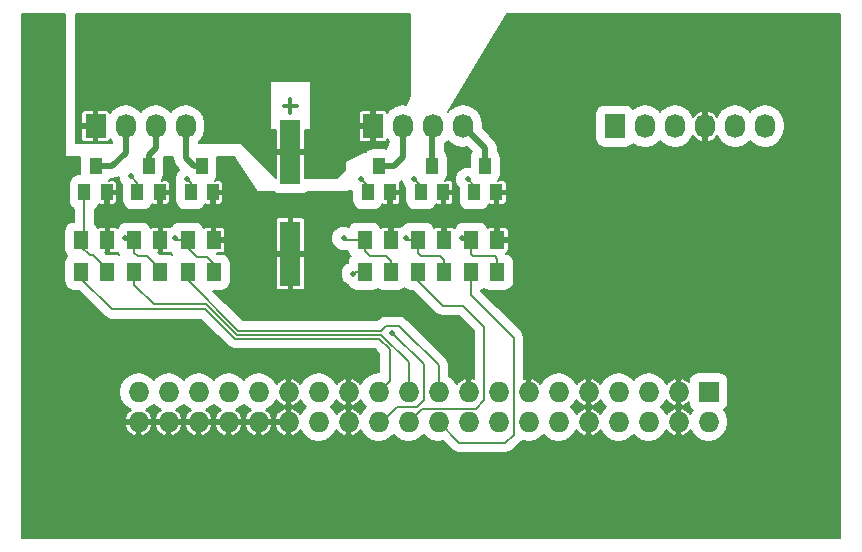
<source format=gbr>
G04 #@! TF.FileFunction,Copper,L1,Top,Mixed*
%FSLAX46Y46*%
G04 Gerber Fmt 4.6, Leading zero omitted, Abs format (unit mm)*
G04 Created by KiCad (PCBNEW 4.0.4-stable) date 02/07/17 10:52:47*
%MOMM*%
%LPD*%
G01*
G04 APERTURE LIST*
%ADD10C,0.100000*%
%ADD11C,0.300000*%
%ADD12R,1.727200X1.727200*%
%ADD13O,1.727200X1.727200*%
%ADD14R,1.800000X5.500000*%
%ADD15R,1.727200X2.032000*%
%ADD16O,1.727200X2.032000*%
%ADD17R,1.000000X1.400000*%
%ADD18R,1.300000X1.500000*%
%ADD19C,0.500000*%
%ADD20C,0.150000*%
%ADD21C,0.500000*%
%ADD22C,0.200000*%
G04 APERTURE END LIST*
D10*
D11*
X134928572Y-87307143D02*
X136071429Y-87307143D01*
X135500000Y-87878571D02*
X135500000Y-86735714D01*
D12*
X170900000Y-111520000D03*
D13*
X170900000Y-114060000D03*
X168360000Y-111520000D03*
X168360000Y-114060000D03*
X165820000Y-111520000D03*
X165820000Y-114060000D03*
X163280000Y-111520000D03*
X163280000Y-114060000D03*
X160740000Y-111520000D03*
X160740000Y-114060000D03*
X158200000Y-111520000D03*
X158200000Y-114060000D03*
X155660000Y-111520000D03*
X155660000Y-114060000D03*
X153120000Y-111520000D03*
X153120000Y-114060000D03*
X150580000Y-111520000D03*
X150580000Y-114060000D03*
X148040000Y-111520000D03*
X148040000Y-114060000D03*
X145500000Y-111520000D03*
X145500000Y-114060000D03*
X142960000Y-111520000D03*
X142960000Y-114060000D03*
X140420000Y-111520000D03*
X140420000Y-114060000D03*
X137880000Y-111520000D03*
X137880000Y-114060000D03*
X135340000Y-111520000D03*
X135340000Y-114060000D03*
X132800000Y-111520000D03*
X132800000Y-114060000D03*
X130260000Y-111520000D03*
X130260000Y-114060000D03*
X127720000Y-111520000D03*
X127720000Y-114060000D03*
X125180000Y-111520000D03*
X125180000Y-114060000D03*
X122640000Y-111520000D03*
X122640000Y-114060000D03*
D14*
X135500000Y-91200000D03*
X135500000Y-99800000D03*
D15*
X119000000Y-89000000D03*
D16*
X121540000Y-89000000D03*
X124080000Y-89000000D03*
X126620000Y-89000000D03*
D15*
X142500000Y-89000000D03*
D16*
X145040000Y-89000000D03*
X147580000Y-89000000D03*
X150120000Y-89000000D03*
D15*
X163000000Y-89000000D03*
D16*
X165540000Y-89000000D03*
X168080000Y-89000000D03*
X170620000Y-89000000D03*
X173160000Y-89000000D03*
X175700000Y-89000000D03*
D17*
X127050000Y-94600000D03*
X128950000Y-94600000D03*
X128000000Y-92400000D03*
X122550000Y-94600000D03*
X124450000Y-94600000D03*
X123500000Y-92400000D03*
X118050000Y-94600000D03*
X119950000Y-94600000D03*
X119000000Y-92400000D03*
X151050000Y-94600000D03*
X152950000Y-94600000D03*
X152000000Y-92400000D03*
X146550000Y-94600000D03*
X148450000Y-94600000D03*
X147500000Y-92400000D03*
X142050000Y-94600000D03*
X143950000Y-94600000D03*
X143000000Y-92400000D03*
D18*
X126800000Y-98650000D03*
X126800000Y-101350000D03*
X122300000Y-98650000D03*
X122300000Y-101350000D03*
X117800000Y-98650000D03*
X117800000Y-101350000D03*
X129000000Y-98650000D03*
X129000000Y-101350000D03*
X124500000Y-98650000D03*
X124500000Y-101350000D03*
X120000000Y-98650000D03*
X120000000Y-101350000D03*
X150800000Y-98650000D03*
X150800000Y-101350000D03*
X146300000Y-98650000D03*
X146300000Y-101350000D03*
X141800000Y-98650000D03*
X141800000Y-101350000D03*
X153000000Y-98650000D03*
X153000000Y-101350000D03*
X148500000Y-98650000D03*
X148500000Y-101350000D03*
X144000000Y-98650000D03*
X144000000Y-101350000D03*
D19*
X137700000Y-99900000D03*
X137600000Y-105100000D03*
X132700000Y-105000000D03*
X132700000Y-99800000D03*
X144130000Y-106500000D03*
X140800000Y-101500000D03*
X126750000Y-93500000D03*
X125750000Y-98500000D03*
X122000000Y-93250000D03*
X121500000Y-98500000D03*
X150500000Y-93500000D03*
X150000000Y-98500000D03*
X146000000Y-93500000D03*
X145250000Y-98500000D03*
X141500000Y-93500000D03*
X140000000Y-98500000D03*
D20*
X135500000Y-99800000D02*
X132700000Y-99800000D01*
X137600000Y-99800000D02*
X135500000Y-99800000D01*
X137700000Y-99900000D02*
X137600000Y-99800000D01*
X132800000Y-105100000D02*
X137600000Y-105100000D01*
X132700000Y-105000000D02*
X132800000Y-105100000D01*
D21*
X126620000Y-89000000D02*
X126620000Y-91720000D01*
X127300000Y-92400000D02*
X128000000Y-92400000D01*
X126620000Y-91720000D02*
X127300000Y-92400000D01*
X123500000Y-92400000D02*
X123500000Y-91400000D01*
X124080000Y-90820000D02*
X124080000Y-89000000D01*
X123500000Y-91400000D02*
X124080000Y-90820000D01*
X119000000Y-92400000D02*
X120400000Y-92400000D01*
X121540000Y-91260000D02*
X121540000Y-89000000D01*
X120400000Y-92400000D02*
X121540000Y-91260000D01*
X152000000Y-92400000D02*
X152000000Y-90880000D01*
X152000000Y-90880000D02*
X150120000Y-89000000D01*
X147500000Y-92400000D02*
X147500000Y-89080000D01*
X147500000Y-89080000D02*
X147580000Y-89000000D01*
X145040000Y-89000000D02*
X145040000Y-91640000D01*
X144280000Y-92400000D02*
X143000000Y-92400000D01*
X145040000Y-91640000D02*
X144280000Y-92400000D01*
D20*
X142040000Y-106300000D02*
X143200000Y-106300000D01*
X143200000Y-106300000D02*
X143600000Y-105900000D01*
X148040000Y-109240000D02*
X148040000Y-111520000D01*
X145100000Y-106300000D02*
X148040000Y-109240000D01*
X131100000Y-106300000D02*
X142040000Y-106300000D01*
X126800000Y-102000000D02*
X131100000Y-106300000D01*
X143600000Y-105900000D02*
X144700000Y-105900000D01*
X144700000Y-105900000D02*
X145100000Y-106300000D01*
X126800000Y-101350000D02*
X126800000Y-102000000D01*
X148040000Y-114060000D02*
X148060000Y-114060000D01*
X148060000Y-114060000D02*
X149800000Y-115800000D01*
X149800000Y-115800000D02*
X153700000Y-115800000D01*
X153700000Y-115800000D02*
X154400000Y-115100000D01*
X154400000Y-115100000D02*
X154400000Y-106900000D01*
X154400000Y-106900000D02*
X150800000Y-103300000D01*
X150800000Y-103300000D02*
X150800000Y-101350000D01*
X122300000Y-101350000D02*
X122300000Y-102400000D01*
X145500000Y-109000000D02*
X145500000Y-111520000D01*
X143150002Y-106650002D02*
X145500000Y-109000000D01*
X130955024Y-106650002D02*
X143150002Y-106650002D01*
X128352511Y-104047489D02*
X130955024Y-106650002D01*
X123947489Y-104047489D02*
X128352511Y-104047489D01*
X122300000Y-102400000D02*
X123947489Y-104047489D01*
X117800000Y-101350000D02*
X117800000Y-101900000D01*
X117800000Y-101900000D02*
X120400000Y-104500000D01*
X120400000Y-104500000D02*
X128310044Y-104500000D01*
X128310044Y-104500000D02*
X130810048Y-107000004D01*
X130810048Y-107000004D02*
X143005026Y-107000004D01*
X143005026Y-107000004D02*
X143900000Y-107894978D01*
X143900000Y-107894978D02*
X143900000Y-110580000D01*
X143900000Y-110580000D02*
X142960000Y-111520000D01*
X146300000Y-101350000D02*
X146300000Y-102100000D01*
X146300000Y-102100000D02*
X148400000Y-104200000D01*
X148400000Y-104200000D02*
X150100000Y-104200000D01*
X150100000Y-104200000D02*
X151900000Y-106000000D01*
X151900000Y-106000000D02*
X151900000Y-112200000D01*
X151900000Y-112200000D02*
X151200000Y-112900000D01*
X151200000Y-112900000D02*
X146660000Y-112900000D01*
X146660000Y-112900000D02*
X145500000Y-114060000D01*
X146800000Y-109200000D02*
X146800000Y-109170000D01*
X146800000Y-109170000D02*
X144130000Y-106500000D01*
X140800000Y-101500000D02*
X140950000Y-101350000D01*
X140950000Y-101350000D02*
X141800000Y-101350000D01*
X142960000Y-114060000D02*
X143240000Y-114060000D01*
X143240000Y-114060000D02*
X144500000Y-112800000D01*
X144500000Y-112800000D02*
X146200000Y-112800000D01*
X146200000Y-112800000D02*
X146800000Y-112200000D01*
X146800000Y-112200000D02*
X146800000Y-109200000D01*
X127050000Y-93800000D02*
X127050000Y-94600000D01*
X126750000Y-93500000D02*
X127050000Y-93800000D01*
X126800000Y-98650000D02*
X125900000Y-98650000D01*
X125900000Y-98650000D02*
X125750000Y-98500000D01*
X126800000Y-98300000D02*
X126800000Y-98650000D01*
X126800000Y-94850000D02*
X127050000Y-94600000D01*
X126800000Y-98650000D02*
X126800000Y-99300000D01*
X126800000Y-99300000D02*
X127600000Y-100100000D01*
X127600000Y-100100000D02*
X128400000Y-100100000D01*
X128400000Y-100100000D02*
X129000000Y-100700000D01*
X129000000Y-100700000D02*
X129000000Y-101350000D01*
X122550000Y-94600000D02*
X122550000Y-93800000D01*
X122550000Y-93800000D02*
X122000000Y-93250000D01*
X121500000Y-98500000D02*
X121650000Y-98650000D01*
X121650000Y-98650000D02*
X122300000Y-98650000D01*
X122300000Y-98300000D02*
X122300000Y-98650000D01*
X122300000Y-94850000D02*
X122550000Y-94600000D01*
X122300000Y-98650000D02*
X122300000Y-99700000D01*
X123400000Y-100000000D02*
X124500000Y-101100000D01*
X122600000Y-100000000D02*
X123400000Y-100000000D01*
X122300000Y-99700000D02*
X122600000Y-100000000D01*
X124500000Y-101100000D02*
X124500000Y-101350000D01*
X118050000Y-94600000D02*
X118050000Y-98400000D01*
X118050000Y-98400000D02*
X117800000Y-98650000D01*
X117800000Y-94850000D02*
X118050000Y-94600000D01*
X117800000Y-98650000D02*
X117800000Y-99200000D01*
X117800000Y-99200000D02*
X118500000Y-99900000D01*
X118500000Y-99900000D02*
X118800000Y-99900000D01*
X118800000Y-99900000D02*
X120000000Y-101100000D01*
X120000000Y-101100000D02*
X120000000Y-101350000D01*
X151050000Y-94600000D02*
X151050000Y-94050000D01*
X151050000Y-94050000D02*
X150500000Y-93500000D01*
X150000000Y-98500000D02*
X150150000Y-98650000D01*
X150150000Y-98650000D02*
X150800000Y-98650000D01*
X150800000Y-94850000D02*
X151050000Y-94600000D01*
X150800000Y-98650000D02*
X150800000Y-99800000D01*
X153000000Y-100200000D02*
X153000000Y-101350000D01*
X152800000Y-100000000D02*
X153000000Y-100200000D01*
X151000000Y-100000000D02*
X152800000Y-100000000D01*
X150800000Y-99800000D02*
X151000000Y-100000000D01*
X146000000Y-93500000D02*
X146550000Y-94050000D01*
X146550000Y-94050000D02*
X146550000Y-94600000D01*
X145400000Y-98650000D02*
X146300000Y-98650000D01*
X145250000Y-98500000D02*
X145400000Y-98650000D01*
X146300000Y-94850000D02*
X146550000Y-94600000D01*
X146300000Y-98650000D02*
X146300000Y-99700000D01*
X146300000Y-99700000D02*
X146600000Y-100000000D01*
X146600000Y-100000000D02*
X148200000Y-100000000D01*
X148200000Y-100000000D02*
X148500000Y-100300000D01*
X148500000Y-100300000D02*
X148500000Y-101350000D01*
X142050000Y-94600000D02*
X142050000Y-94050000D01*
X142050000Y-94050000D02*
X141500000Y-93500000D01*
X140150000Y-98650000D02*
X141800000Y-98650000D01*
X140000000Y-98500000D02*
X140150000Y-98650000D01*
X141800000Y-94850000D02*
X142050000Y-94600000D01*
X141800000Y-98650000D02*
X141800000Y-99600000D01*
X141800000Y-99600000D02*
X142200000Y-100000000D01*
X142200000Y-100000000D02*
X143600000Y-100000000D01*
X143600000Y-100000000D02*
X144000000Y-100400000D01*
X144000000Y-100400000D02*
X144000000Y-101350000D01*
D22*
G36*
X116400000Y-91500000D02*
X116407879Y-91538906D01*
X116430273Y-91571681D01*
X116463654Y-91593161D01*
X116500000Y-91600000D01*
X117704578Y-91600000D01*
X117684328Y-91700000D01*
X117684328Y-93084328D01*
X117550000Y-93084328D01*
X117253538Y-93140111D01*
X116981256Y-93315320D01*
X116798591Y-93582658D01*
X116734328Y-93900000D01*
X116734328Y-95300000D01*
X116790111Y-95596462D01*
X116965320Y-95868744D01*
X117175000Y-96012013D01*
X117175000Y-97084328D01*
X117150000Y-97084328D01*
X116853538Y-97140111D01*
X116581256Y-97315320D01*
X116398591Y-97582658D01*
X116334328Y-97900000D01*
X116334328Y-99400000D01*
X116390111Y-99696462D01*
X116565320Y-99968744D01*
X116608154Y-99998011D01*
X116581256Y-100015320D01*
X116398591Y-100282658D01*
X116334328Y-100600000D01*
X116334328Y-102100000D01*
X116390111Y-102396462D01*
X116565320Y-102668744D01*
X116832658Y-102851409D01*
X117150000Y-102915672D01*
X117578236Y-102915672D01*
X119781281Y-105118718D01*
X119890364Y-105191605D01*
X120065152Y-105308395D01*
X120400000Y-105375000D01*
X127947608Y-105375000D01*
X130191330Y-107618723D01*
X130475200Y-107808399D01*
X130810048Y-107875004D01*
X142642590Y-107875004D01*
X143025000Y-108257415D01*
X143025000Y-109836737D01*
X142960000Y-109823808D01*
X142323368Y-109950442D01*
X141783657Y-110311065D01*
X141423034Y-110850776D01*
X141420383Y-110864101D01*
X141365947Y-110759708D01*
X141002990Y-110455584D01*
X140760418Y-110355123D01*
X140574000Y-110404480D01*
X140574000Y-111366000D01*
X140594000Y-111366000D01*
X140594000Y-111674000D01*
X140574000Y-111674000D01*
X140574000Y-112635520D01*
X140760418Y-112684877D01*
X141002990Y-112584416D01*
X141365947Y-112280292D01*
X141420383Y-112175899D01*
X141423034Y-112189224D01*
X141783657Y-112728935D01*
X141875047Y-112790000D01*
X141783657Y-112851065D01*
X141423034Y-113390776D01*
X141420383Y-113404101D01*
X141365947Y-113299708D01*
X141002990Y-112995584D01*
X140760418Y-112895123D01*
X140574000Y-112944480D01*
X140574000Y-113906000D01*
X140594000Y-113906000D01*
X140594000Y-114214000D01*
X140574000Y-114214000D01*
X140574000Y-115175520D01*
X140760418Y-115224877D01*
X141002990Y-115124416D01*
X141365947Y-114820292D01*
X141420383Y-114715899D01*
X141423034Y-114729224D01*
X141783657Y-115268935D01*
X142323368Y-115629558D01*
X142960000Y-115756192D01*
X143596632Y-115629558D01*
X144136343Y-115268935D01*
X144230000Y-115128767D01*
X144323657Y-115268935D01*
X144863368Y-115629558D01*
X145500000Y-115756192D01*
X146136632Y-115629558D01*
X146676343Y-115268935D01*
X146770000Y-115128767D01*
X146863657Y-115268935D01*
X147403368Y-115629558D01*
X148040000Y-115756192D01*
X148439325Y-115676761D01*
X149181282Y-116418719D01*
X149465152Y-116608395D01*
X149800000Y-116675000D01*
X153700000Y-116675000D01*
X154034848Y-116608395D01*
X154318718Y-116418718D01*
X155018718Y-115718719D01*
X155071850Y-115639202D01*
X155660000Y-115756192D01*
X156296632Y-115629558D01*
X156836343Y-115268935D01*
X156930000Y-115128767D01*
X157023657Y-115268935D01*
X157563368Y-115629558D01*
X158200000Y-115756192D01*
X158836632Y-115629558D01*
X159376343Y-115268935D01*
X159736966Y-114729224D01*
X159739617Y-114715899D01*
X159794053Y-114820292D01*
X160157010Y-115124416D01*
X160399582Y-115224877D01*
X160586000Y-115175520D01*
X160586000Y-114214000D01*
X160566000Y-114214000D01*
X160566000Y-113906000D01*
X160586000Y-113906000D01*
X160586000Y-112944480D01*
X160399582Y-112895123D01*
X160157010Y-112995584D01*
X159794053Y-113299708D01*
X159739617Y-113404101D01*
X159736966Y-113390776D01*
X159376343Y-112851065D01*
X159284953Y-112790000D01*
X159376343Y-112728935D01*
X159736966Y-112189224D01*
X159739617Y-112175899D01*
X159794053Y-112280292D01*
X160157010Y-112584416D01*
X160399582Y-112684877D01*
X160586000Y-112635520D01*
X160586000Y-111674000D01*
X160566000Y-111674000D01*
X160566000Y-111366000D01*
X160586000Y-111366000D01*
X160586000Y-110404480D01*
X160894000Y-110404480D01*
X160894000Y-111366000D01*
X160914000Y-111366000D01*
X160914000Y-111674000D01*
X160894000Y-111674000D01*
X160894000Y-112635520D01*
X161080418Y-112684877D01*
X161322990Y-112584416D01*
X161685947Y-112280292D01*
X161740383Y-112175899D01*
X161743034Y-112189224D01*
X162103657Y-112728935D01*
X162195047Y-112790000D01*
X162103657Y-112851065D01*
X161743034Y-113390776D01*
X161740383Y-113404101D01*
X161685947Y-113299708D01*
X161322990Y-112995584D01*
X161080418Y-112895123D01*
X160894000Y-112944480D01*
X160894000Y-113906000D01*
X160914000Y-113906000D01*
X160914000Y-114214000D01*
X160894000Y-114214000D01*
X160894000Y-115175520D01*
X161080418Y-115224877D01*
X161322990Y-115124416D01*
X161685947Y-114820292D01*
X161740383Y-114715899D01*
X161743034Y-114729224D01*
X162103657Y-115268935D01*
X162643368Y-115629558D01*
X163280000Y-115756192D01*
X163916632Y-115629558D01*
X164456343Y-115268935D01*
X164550000Y-115128767D01*
X164643657Y-115268935D01*
X165183368Y-115629558D01*
X165820000Y-115756192D01*
X166456632Y-115629558D01*
X166996343Y-115268935D01*
X167356966Y-114729224D01*
X167359617Y-114715899D01*
X167414053Y-114820292D01*
X167777010Y-115124416D01*
X168019582Y-115224877D01*
X168206000Y-115175520D01*
X168206000Y-114214000D01*
X168186000Y-114214000D01*
X168186000Y-113906000D01*
X168206000Y-113906000D01*
X168206000Y-112944480D01*
X168019582Y-112895123D01*
X167777010Y-112995584D01*
X167414053Y-113299708D01*
X167359617Y-113404101D01*
X167356966Y-113390776D01*
X166996343Y-112851065D01*
X166904953Y-112790000D01*
X166996343Y-112728935D01*
X167356966Y-112189224D01*
X167359617Y-112175899D01*
X167414053Y-112280292D01*
X167777010Y-112584416D01*
X168019582Y-112684877D01*
X168206000Y-112635520D01*
X168206000Y-111674000D01*
X168186000Y-111674000D01*
X168186000Y-111366000D01*
X168206000Y-111366000D01*
X168206000Y-110404480D01*
X168514000Y-110404480D01*
X168514000Y-111366000D01*
X168534000Y-111366000D01*
X168534000Y-111674000D01*
X168514000Y-111674000D01*
X168514000Y-112635520D01*
X168700418Y-112684877D01*
X168942990Y-112584416D01*
X169220728Y-112351698D01*
X169220728Y-112383600D01*
X169276511Y-112680062D01*
X169451720Y-112952344D01*
X169591959Y-113048165D01*
X169363034Y-113390776D01*
X169360383Y-113404101D01*
X169305947Y-113299708D01*
X168942990Y-112995584D01*
X168700418Y-112895123D01*
X168514000Y-112944480D01*
X168514000Y-113906000D01*
X168534000Y-113906000D01*
X168534000Y-114214000D01*
X168514000Y-114214000D01*
X168514000Y-115175520D01*
X168700418Y-115224877D01*
X168942990Y-115124416D01*
X169305947Y-114820292D01*
X169360383Y-114715899D01*
X169363034Y-114729224D01*
X169723657Y-115268935D01*
X170263368Y-115629558D01*
X170900000Y-115756192D01*
X171536632Y-115629558D01*
X172076343Y-115268935D01*
X172436966Y-114729224D01*
X172563600Y-114092592D01*
X172563600Y-114027408D01*
X172436966Y-113390776D01*
X172208089Y-113048236D01*
X172332344Y-112968280D01*
X172515009Y-112700942D01*
X172579272Y-112383600D01*
X172579272Y-110656400D01*
X172523489Y-110359938D01*
X172348280Y-110087656D01*
X172080942Y-109904991D01*
X171763600Y-109840728D01*
X170036400Y-109840728D01*
X169739938Y-109896511D01*
X169467656Y-110071720D01*
X169284991Y-110339058D01*
X169220728Y-110656400D01*
X169220728Y-110688302D01*
X168942990Y-110455584D01*
X168700418Y-110355123D01*
X168514000Y-110404480D01*
X168206000Y-110404480D01*
X168019582Y-110355123D01*
X167777010Y-110455584D01*
X167414053Y-110759708D01*
X167359617Y-110864101D01*
X167356966Y-110850776D01*
X166996343Y-110311065D01*
X166456632Y-109950442D01*
X165820000Y-109823808D01*
X165183368Y-109950442D01*
X164643657Y-110311065D01*
X164550000Y-110451233D01*
X164456343Y-110311065D01*
X163916632Y-109950442D01*
X163280000Y-109823808D01*
X162643368Y-109950442D01*
X162103657Y-110311065D01*
X161743034Y-110850776D01*
X161740383Y-110864101D01*
X161685947Y-110759708D01*
X161322990Y-110455584D01*
X161080418Y-110355123D01*
X160894000Y-110404480D01*
X160586000Y-110404480D01*
X160399582Y-110355123D01*
X160157010Y-110455584D01*
X159794053Y-110759708D01*
X159739617Y-110864101D01*
X159736966Y-110850776D01*
X159376343Y-110311065D01*
X158836632Y-109950442D01*
X158200000Y-109823808D01*
X157563368Y-109950442D01*
X157023657Y-110311065D01*
X156663034Y-110850776D01*
X156660383Y-110864101D01*
X156605947Y-110759708D01*
X156242990Y-110455584D01*
X156000418Y-110355123D01*
X155814000Y-110404480D01*
X155814000Y-111366000D01*
X155834000Y-111366000D01*
X155834000Y-111674000D01*
X155814000Y-111674000D01*
X155814000Y-111694000D01*
X155506000Y-111694000D01*
X155506000Y-111674000D01*
X155486000Y-111674000D01*
X155486000Y-111366000D01*
X155506000Y-111366000D01*
X155506000Y-110404480D01*
X155319582Y-110355123D01*
X155275000Y-110373587D01*
X155275000Y-106900000D01*
X155208395Y-106565152D01*
X155164862Y-106500000D01*
X155018719Y-106281282D01*
X151675000Y-102937564D01*
X151675000Y-102873335D01*
X151746462Y-102859889D01*
X151900243Y-102760933D01*
X152032658Y-102851409D01*
X152350000Y-102915672D01*
X153650000Y-102915672D01*
X153946462Y-102859889D01*
X154218744Y-102684680D01*
X154401409Y-102417342D01*
X154465672Y-102100000D01*
X154465672Y-100600000D01*
X154409889Y-100303538D01*
X154234680Y-100031256D01*
X153967342Y-99848591D01*
X153770725Y-99808775D01*
X153741577Y-99765152D01*
X153728888Y-99746161D01*
X153848259Y-99696715D01*
X153946716Y-99598259D01*
X154000000Y-99469619D01*
X154000000Y-98891500D01*
X153912500Y-98804000D01*
X153154000Y-98804000D01*
X153154000Y-98824000D01*
X152846000Y-98824000D01*
X152846000Y-98804000D01*
X152826000Y-98804000D01*
X152826000Y-98496000D01*
X152846000Y-98496000D01*
X152846000Y-97637500D01*
X153154000Y-97637500D01*
X153154000Y-98496000D01*
X153912500Y-98496000D01*
X154000000Y-98408500D01*
X154000000Y-97830381D01*
X153946716Y-97701741D01*
X153848259Y-97603285D01*
X153719620Y-97550000D01*
X153241500Y-97550000D01*
X153154000Y-97637500D01*
X152846000Y-97637500D01*
X152758500Y-97550000D01*
X152280380Y-97550000D01*
X152197523Y-97584321D01*
X152034680Y-97331256D01*
X151767342Y-97148591D01*
X151450000Y-97084328D01*
X150150000Y-97084328D01*
X149853538Y-97140111D01*
X149581256Y-97315320D01*
X149398591Y-97582658D01*
X149389943Y-97625363D01*
X149380132Y-97635157D01*
X149348259Y-97603285D01*
X149219620Y-97550000D01*
X148741500Y-97550000D01*
X148654000Y-97637500D01*
X148654000Y-98496000D01*
X148674000Y-98496000D01*
X148674000Y-98804000D01*
X148654000Y-98804000D01*
X148654000Y-98824000D01*
X148346000Y-98824000D01*
X148346000Y-98804000D01*
X148326000Y-98804000D01*
X148326000Y-98496000D01*
X148346000Y-98496000D01*
X148346000Y-97637500D01*
X148258500Y-97550000D01*
X147780380Y-97550000D01*
X147697523Y-97584321D01*
X147534680Y-97331256D01*
X147267342Y-97148591D01*
X146950000Y-97084328D01*
X145650000Y-97084328D01*
X145353538Y-97140111D01*
X145081256Y-97315320D01*
X144968625Y-97480160D01*
X144759560Y-97566544D01*
X144719620Y-97550000D01*
X144241500Y-97550000D01*
X144154000Y-97637500D01*
X144154000Y-98496000D01*
X144174000Y-98496000D01*
X144174000Y-98804000D01*
X144154000Y-98804000D01*
X144154000Y-98824000D01*
X143846000Y-98824000D01*
X143846000Y-98804000D01*
X143826000Y-98804000D01*
X143826000Y-98496000D01*
X143846000Y-98496000D01*
X143846000Y-97637500D01*
X143758500Y-97550000D01*
X143280380Y-97550000D01*
X143197523Y-97584321D01*
X143034680Y-97331256D01*
X142767342Y-97148591D01*
X142450000Y-97084328D01*
X141150000Y-97084328D01*
X140853538Y-97140111D01*
X140581256Y-97315320D01*
X140427372Y-97540536D01*
X140209774Y-97450182D01*
X139792058Y-97449818D01*
X139406000Y-97609334D01*
X139110372Y-97904446D01*
X138950182Y-98290226D01*
X138949818Y-98707942D01*
X139109334Y-99094000D01*
X139404446Y-99389628D01*
X139790226Y-99549818D01*
X140207942Y-99550182D01*
X140268887Y-99525000D01*
X140357848Y-99525000D01*
X140390111Y-99696462D01*
X140565320Y-99968744D01*
X140608154Y-99998011D01*
X140581256Y-100015320D01*
X140398591Y-100282658D01*
X140343983Y-100552320D01*
X140206000Y-100609334D01*
X139910372Y-100904446D01*
X139750182Y-101290226D01*
X139749818Y-101707942D01*
X139909334Y-102094000D01*
X140204446Y-102389628D01*
X140451808Y-102492342D01*
X140565320Y-102668744D01*
X140832658Y-102851409D01*
X141150000Y-102915672D01*
X142450000Y-102915672D01*
X142746462Y-102859889D01*
X142900243Y-102760933D01*
X143032658Y-102851409D01*
X143350000Y-102915672D01*
X144650000Y-102915672D01*
X144946462Y-102859889D01*
X145151743Y-102727794D01*
X145332658Y-102851409D01*
X145650000Y-102915672D01*
X145878236Y-102915672D01*
X147781281Y-104818718D01*
X148065151Y-105008395D01*
X148120706Y-105019445D01*
X148400000Y-105075000D01*
X149737564Y-105075000D01*
X151025000Y-106362437D01*
X151025000Y-110398436D01*
X150920418Y-110355123D01*
X150734000Y-110404480D01*
X150734000Y-111366000D01*
X150754000Y-111366000D01*
X150754000Y-111674000D01*
X150734000Y-111674000D01*
X150734000Y-111694000D01*
X150426000Y-111694000D01*
X150426000Y-111674000D01*
X150406000Y-111674000D01*
X150406000Y-111366000D01*
X150426000Y-111366000D01*
X150426000Y-110404480D01*
X150239582Y-110355123D01*
X149997010Y-110455584D01*
X149634053Y-110759708D01*
X149579617Y-110864101D01*
X149576966Y-110850776D01*
X149216343Y-110311065D01*
X148915000Y-110109714D01*
X148915000Y-109240000D01*
X148848395Y-108905152D01*
X148801622Y-108835152D01*
X148658719Y-108621282D01*
X145718720Y-105681284D01*
X145718718Y-105681281D01*
X145318718Y-105281282D01*
X145034848Y-105091605D01*
X144700000Y-105025000D01*
X143600000Y-105025000D01*
X143320706Y-105080555D01*
X143265151Y-105091605D01*
X142981281Y-105281282D01*
X142837563Y-105425000D01*
X131462437Y-105425000D01*
X128953108Y-102915672D01*
X129650000Y-102915672D01*
X129946462Y-102859889D01*
X130218744Y-102684680D01*
X130401409Y-102417342D01*
X130465672Y-102100000D01*
X130465672Y-100600000D01*
X130409889Y-100303538D01*
X130241272Y-100041500D01*
X134250000Y-100041500D01*
X134250000Y-102619620D01*
X134303285Y-102748259D01*
X134401741Y-102846716D01*
X134530381Y-102900000D01*
X135258500Y-102900000D01*
X135346000Y-102812500D01*
X135346000Y-99954000D01*
X135654000Y-99954000D01*
X135654000Y-102812500D01*
X135741500Y-102900000D01*
X136469619Y-102900000D01*
X136598259Y-102846716D01*
X136696715Y-102748259D01*
X136750000Y-102619620D01*
X136750000Y-100041500D01*
X136662500Y-99954000D01*
X135654000Y-99954000D01*
X135346000Y-99954000D01*
X134337500Y-99954000D01*
X134250000Y-100041500D01*
X130241272Y-100041500D01*
X130234680Y-100031256D01*
X129967342Y-99848591D01*
X129650000Y-99784328D01*
X129321765Y-99784328D01*
X129287436Y-99750000D01*
X129719620Y-99750000D01*
X129848259Y-99696715D01*
X129946716Y-99598259D01*
X130000000Y-99469619D01*
X130000000Y-98891500D01*
X129912500Y-98804000D01*
X129154000Y-98804000D01*
X129154000Y-98824000D01*
X128846000Y-98824000D01*
X128846000Y-98804000D01*
X128826000Y-98804000D01*
X128826000Y-98496000D01*
X128846000Y-98496000D01*
X128846000Y-97637500D01*
X129154000Y-97637500D01*
X129154000Y-98496000D01*
X129912500Y-98496000D01*
X130000000Y-98408500D01*
X130000000Y-97830381D01*
X129946716Y-97701741D01*
X129848259Y-97603285D01*
X129719620Y-97550000D01*
X129241500Y-97550000D01*
X129154000Y-97637500D01*
X128846000Y-97637500D01*
X128758500Y-97550000D01*
X128280380Y-97550000D01*
X128197523Y-97584321D01*
X128034680Y-97331256D01*
X127767342Y-97148591D01*
X127450000Y-97084328D01*
X126150000Y-97084328D01*
X125853538Y-97140111D01*
X125581256Y-97315320D01*
X125468625Y-97480160D01*
X125259560Y-97566544D01*
X125219620Y-97550000D01*
X124741500Y-97550000D01*
X124654000Y-97637500D01*
X124654000Y-98496000D01*
X124674000Y-98496000D01*
X124674000Y-98804000D01*
X124654000Y-98804000D01*
X124654000Y-99662500D01*
X124741500Y-99750000D01*
X125219620Y-99750000D01*
X125348259Y-99696715D01*
X125383523Y-99661451D01*
X125390111Y-99696462D01*
X125504216Y-99873786D01*
X125467342Y-99848591D01*
X125150000Y-99784328D01*
X124421764Y-99784328D01*
X124322968Y-99685532D01*
X124346000Y-99662500D01*
X124346000Y-98804000D01*
X124326000Y-98804000D01*
X124326000Y-98496000D01*
X124346000Y-98496000D01*
X124346000Y-97637500D01*
X124258500Y-97550000D01*
X123780380Y-97550000D01*
X123697523Y-97584321D01*
X123534680Y-97331256D01*
X123267342Y-97148591D01*
X122950000Y-97084328D01*
X121650000Y-97084328D01*
X121353538Y-97140111D01*
X121081256Y-97315320D01*
X120898591Y-97582658D01*
X120889943Y-97625363D01*
X120880132Y-97635157D01*
X120848259Y-97603285D01*
X120719620Y-97550000D01*
X120241500Y-97550000D01*
X120154000Y-97637500D01*
X120154000Y-98496000D01*
X120174000Y-98496000D01*
X120174000Y-98804000D01*
X120154000Y-98804000D01*
X120154000Y-99662500D01*
X120241500Y-99750000D01*
X120719620Y-99750000D01*
X120848259Y-99696715D01*
X120883523Y-99661451D01*
X120890111Y-99696462D01*
X121004216Y-99873786D01*
X120967342Y-99848591D01*
X120650000Y-99784328D01*
X119921764Y-99784328D01*
X119822968Y-99685532D01*
X119846000Y-99662500D01*
X119846000Y-98804000D01*
X119826000Y-98804000D01*
X119826000Y-98496000D01*
X119846000Y-98496000D01*
X119846000Y-97637500D01*
X119758500Y-97550000D01*
X119280380Y-97550000D01*
X119197523Y-97584321D01*
X119034680Y-97331256D01*
X118925000Y-97256315D01*
X118925000Y-96980380D01*
X134250000Y-96980380D01*
X134250000Y-99558500D01*
X134337500Y-99646000D01*
X135346000Y-99646000D01*
X135346000Y-96787500D01*
X135654000Y-96787500D01*
X135654000Y-99646000D01*
X136662500Y-99646000D01*
X136750000Y-99558500D01*
X136750000Y-96980380D01*
X136696715Y-96851741D01*
X136598259Y-96753284D01*
X136469619Y-96700000D01*
X135741500Y-96700000D01*
X135654000Y-96787500D01*
X135346000Y-96787500D01*
X135258500Y-96700000D01*
X134530381Y-96700000D01*
X134401741Y-96753284D01*
X134303285Y-96851741D01*
X134250000Y-96980380D01*
X118925000Y-96980380D01*
X118925000Y-96009351D01*
X119118744Y-95884680D01*
X119301409Y-95617342D01*
X119301419Y-95617293D01*
X119380381Y-95650000D01*
X119708500Y-95650000D01*
X119796000Y-95562500D01*
X119796000Y-94754000D01*
X120104000Y-94754000D01*
X120104000Y-95562500D01*
X120191500Y-95650000D01*
X120519619Y-95650000D01*
X120648259Y-95596716D01*
X120746715Y-95498259D01*
X120800000Y-95369620D01*
X120800000Y-94841500D01*
X120712500Y-94754000D01*
X120104000Y-94754000D01*
X119796000Y-94754000D01*
X119776000Y-94754000D01*
X119776000Y-94446000D01*
X119796000Y-94446000D01*
X119796000Y-94426000D01*
X120104000Y-94426000D01*
X120104000Y-94446000D01*
X120712500Y-94446000D01*
X120800000Y-94358500D01*
X120800000Y-93830380D01*
X120746715Y-93701741D01*
X120648259Y-93603284D01*
X120519619Y-93550000D01*
X120191500Y-93550000D01*
X120104002Y-93637498D01*
X120104002Y-93633079D01*
X120229095Y-93450000D01*
X120400000Y-93450000D01*
X120801818Y-93370074D01*
X120949981Y-93271074D01*
X120949818Y-93457942D01*
X121109334Y-93844000D01*
X121234328Y-93969213D01*
X121234328Y-95300000D01*
X121290111Y-95596462D01*
X121465320Y-95868744D01*
X121732658Y-96051409D01*
X122050000Y-96115672D01*
X123050000Y-96115672D01*
X123346462Y-96059889D01*
X123618744Y-95884680D01*
X123801409Y-95617342D01*
X123801419Y-95617293D01*
X123880381Y-95650000D01*
X124208500Y-95650000D01*
X124296000Y-95562500D01*
X124296000Y-94754000D01*
X124604000Y-94754000D01*
X124604000Y-95562500D01*
X124691500Y-95650000D01*
X125019619Y-95650000D01*
X125148259Y-95596716D01*
X125246715Y-95498259D01*
X125300000Y-95369620D01*
X125300000Y-94841500D01*
X125212500Y-94754000D01*
X124604000Y-94754000D01*
X124296000Y-94754000D01*
X124276000Y-94754000D01*
X124276000Y-94446000D01*
X124296000Y-94446000D01*
X124296000Y-94426000D01*
X124604000Y-94426000D01*
X124604000Y-94446000D01*
X125212500Y-94446000D01*
X125300000Y-94358500D01*
X125300000Y-93830380D01*
X125246715Y-93701741D01*
X125148259Y-93603284D01*
X125019619Y-93550000D01*
X124691500Y-93550000D01*
X124604002Y-93637498D01*
X124604002Y-93633078D01*
X124751409Y-93417342D01*
X124815672Y-93100000D01*
X124815672Y-91700000D01*
X124796856Y-91600000D01*
X125570000Y-91600000D01*
X125570000Y-91720000D01*
X125649926Y-92121818D01*
X125877538Y-92462462D01*
X126090148Y-92675072D01*
X125860372Y-92904446D01*
X125700182Y-93290226D01*
X125699818Y-93707942D01*
X125749078Y-93827161D01*
X125734328Y-93900000D01*
X125734328Y-95300000D01*
X125790111Y-95596462D01*
X125965320Y-95868744D01*
X126232658Y-96051409D01*
X126550000Y-96115672D01*
X127550000Y-96115672D01*
X127846462Y-96059889D01*
X128118744Y-95884680D01*
X128301409Y-95617342D01*
X128301419Y-95617293D01*
X128380381Y-95650000D01*
X128708500Y-95650000D01*
X128796000Y-95562500D01*
X128796000Y-94754000D01*
X129104000Y-94754000D01*
X129104000Y-95562500D01*
X129191500Y-95650000D01*
X129519619Y-95650000D01*
X129648259Y-95596716D01*
X129746715Y-95498259D01*
X129800000Y-95369620D01*
X129800000Y-94841500D01*
X129712500Y-94754000D01*
X129104000Y-94754000D01*
X128796000Y-94754000D01*
X128776000Y-94754000D01*
X128776000Y-94446000D01*
X128796000Y-94446000D01*
X128796000Y-94426000D01*
X129104000Y-94426000D01*
X129104000Y-94446000D01*
X129712500Y-94446000D01*
X129800000Y-94358500D01*
X129800000Y-93830380D01*
X129746715Y-93701741D01*
X129648259Y-93603284D01*
X129519619Y-93550000D01*
X129191500Y-93550000D01*
X129104002Y-93637498D01*
X129104002Y-93633078D01*
X129251409Y-93417342D01*
X129315672Y-93100000D01*
X129315672Y-91700000D01*
X129296856Y-91600000D01*
X130696482Y-91600000D01*
X132666795Y-94555470D01*
X132694931Y-94583471D01*
X132750000Y-94600000D01*
X134134242Y-94600000D01*
X134282658Y-94701409D01*
X134600000Y-94765672D01*
X136400000Y-94765672D01*
X136696462Y-94709889D01*
X136867234Y-94600000D01*
X140000000Y-94600000D01*
X140018711Y-94598234D01*
X140734328Y-94461926D01*
X140734328Y-95300000D01*
X140790111Y-95596462D01*
X140965320Y-95868744D01*
X141232658Y-96051409D01*
X141550000Y-96115672D01*
X142550000Y-96115672D01*
X142846462Y-96059889D01*
X143118744Y-95884680D01*
X143301409Y-95617342D01*
X143301419Y-95617293D01*
X143380381Y-95650000D01*
X143708500Y-95650000D01*
X143796000Y-95562500D01*
X143796000Y-94754000D01*
X144104000Y-94754000D01*
X144104000Y-95562500D01*
X144191500Y-95650000D01*
X144519619Y-95650000D01*
X144648259Y-95596716D01*
X144746715Y-95498259D01*
X144800000Y-95369620D01*
X144800000Y-94841500D01*
X144712500Y-94754000D01*
X144104000Y-94754000D01*
X143796000Y-94754000D01*
X143776000Y-94754000D01*
X143776000Y-94446000D01*
X143796000Y-94446000D01*
X143796000Y-94426000D01*
X144104000Y-94426000D01*
X144104000Y-94446000D01*
X144712500Y-94446000D01*
X144800000Y-94358500D01*
X144800000Y-93830380D01*
X144746715Y-93701741D01*
X144743289Y-93698314D01*
X144949861Y-93658967D01*
X144949818Y-93707942D01*
X145109334Y-94094000D01*
X145234328Y-94219213D01*
X145234328Y-95300000D01*
X145290111Y-95596462D01*
X145465320Y-95868744D01*
X145732658Y-96051409D01*
X146050000Y-96115672D01*
X147050000Y-96115672D01*
X147346462Y-96059889D01*
X147618744Y-95884680D01*
X147801409Y-95617342D01*
X147801419Y-95617293D01*
X147880381Y-95650000D01*
X148208500Y-95650000D01*
X148296000Y-95562500D01*
X148296000Y-94754000D01*
X148604000Y-94754000D01*
X148604000Y-95562500D01*
X148691500Y-95650000D01*
X149019619Y-95650000D01*
X149148259Y-95596716D01*
X149246715Y-95498259D01*
X149300000Y-95369620D01*
X149300000Y-94841500D01*
X149212500Y-94754000D01*
X148604000Y-94754000D01*
X148296000Y-94754000D01*
X148276000Y-94754000D01*
X148276000Y-94446000D01*
X148296000Y-94446000D01*
X148296000Y-94426000D01*
X148604000Y-94426000D01*
X148604000Y-94446000D01*
X149212500Y-94446000D01*
X149300000Y-94358500D01*
X149300000Y-93830380D01*
X149246715Y-93701741D01*
X149148259Y-93603284D01*
X149019619Y-93550000D01*
X148691500Y-93550000D01*
X148604002Y-93637498D01*
X148604002Y-93633078D01*
X148751409Y-93417342D01*
X148815672Y-93100000D01*
X148815672Y-91700000D01*
X148759889Y-91403538D01*
X148584680Y-91131256D01*
X148550000Y-91107560D01*
X148550000Y-90502195D01*
X148756343Y-90364321D01*
X148850000Y-90224153D01*
X148943657Y-90364321D01*
X149483368Y-90724944D01*
X150120000Y-90851578D01*
X150425822Y-90790746D01*
X150857841Y-91222765D01*
X150748591Y-91382658D01*
X150684328Y-91700000D01*
X150684328Y-92450160D01*
X150292058Y-92449818D01*
X149906000Y-92609334D01*
X149610372Y-92904446D01*
X149450182Y-93290226D01*
X149449818Y-93707942D01*
X149609334Y-94094000D01*
X149734328Y-94219213D01*
X149734328Y-95300000D01*
X149790111Y-95596462D01*
X149965320Y-95868744D01*
X150232658Y-96051409D01*
X150550000Y-96115672D01*
X151550000Y-96115672D01*
X151846462Y-96059889D01*
X152118744Y-95884680D01*
X152301409Y-95617342D01*
X152301419Y-95617293D01*
X152380381Y-95650000D01*
X152708500Y-95650000D01*
X152796000Y-95562500D01*
X152796000Y-94754000D01*
X153104000Y-94754000D01*
X153104000Y-95562500D01*
X153191500Y-95650000D01*
X153519619Y-95650000D01*
X153648259Y-95596716D01*
X153746715Y-95498259D01*
X153800000Y-95369620D01*
X153800000Y-94841500D01*
X153712500Y-94754000D01*
X153104000Y-94754000D01*
X152796000Y-94754000D01*
X152776000Y-94754000D01*
X152776000Y-94446000D01*
X152796000Y-94446000D01*
X152796000Y-94426000D01*
X153104000Y-94426000D01*
X153104000Y-94446000D01*
X153712500Y-94446000D01*
X153800000Y-94358500D01*
X153800000Y-93830380D01*
X153746715Y-93701741D01*
X153648259Y-93603284D01*
X153519619Y-93550000D01*
X153191500Y-93550000D01*
X153104002Y-93637498D01*
X153104002Y-93633078D01*
X153251409Y-93417342D01*
X153315672Y-93100000D01*
X153315672Y-91700000D01*
X153259889Y-91403538D01*
X153084680Y-91131256D01*
X153050000Y-91107560D01*
X153050000Y-90880000D01*
X152970074Y-90478182D01*
X152742462Y-90137538D01*
X151783600Y-89178676D01*
X151783600Y-88812022D01*
X151656966Y-88175390D01*
X151529084Y-87984000D01*
X161320728Y-87984000D01*
X161320728Y-90016000D01*
X161376511Y-90312462D01*
X161551720Y-90584744D01*
X161819058Y-90767409D01*
X162136400Y-90831672D01*
X163863600Y-90831672D01*
X164160062Y-90775889D01*
X164432344Y-90600680D01*
X164521691Y-90469916D01*
X164903368Y-90724944D01*
X165540000Y-90851578D01*
X166176632Y-90724944D01*
X166716343Y-90364321D01*
X166810000Y-90224153D01*
X166903657Y-90364321D01*
X167443368Y-90724944D01*
X168080000Y-90851578D01*
X168716632Y-90724944D01*
X169256343Y-90364321D01*
X169616966Y-89824610D01*
X169617548Y-89821685D01*
X169908017Y-90135082D01*
X170279582Y-90317277D01*
X170466000Y-90267920D01*
X170466000Y-89154000D01*
X170446000Y-89154000D01*
X170446000Y-88846000D01*
X170466000Y-88846000D01*
X170466000Y-87732080D01*
X170774000Y-87732080D01*
X170774000Y-88846000D01*
X170794000Y-88846000D01*
X170794000Y-89154000D01*
X170774000Y-89154000D01*
X170774000Y-90267920D01*
X170960418Y-90317277D01*
X171331983Y-90135082D01*
X171622452Y-89821685D01*
X171623034Y-89824610D01*
X171983657Y-90364321D01*
X172523368Y-90724944D01*
X173160000Y-90851578D01*
X173796632Y-90724944D01*
X174336343Y-90364321D01*
X174430000Y-90224153D01*
X174523657Y-90364321D01*
X175063368Y-90724944D01*
X175700000Y-90851578D01*
X176336632Y-90724944D01*
X176876343Y-90364321D01*
X177236966Y-89824610D01*
X177363600Y-89187978D01*
X177363600Y-88812022D01*
X177236966Y-88175390D01*
X176876343Y-87635679D01*
X176336632Y-87275056D01*
X175700000Y-87148422D01*
X175063368Y-87275056D01*
X174523657Y-87635679D01*
X174430000Y-87775847D01*
X174336343Y-87635679D01*
X173796632Y-87275056D01*
X173160000Y-87148422D01*
X172523368Y-87275056D01*
X171983657Y-87635679D01*
X171623034Y-88175390D01*
X171622452Y-88178315D01*
X171331983Y-87864918D01*
X170960418Y-87682723D01*
X170774000Y-87732080D01*
X170466000Y-87732080D01*
X170279582Y-87682723D01*
X169908017Y-87864918D01*
X169617548Y-88178315D01*
X169616966Y-88175390D01*
X169256343Y-87635679D01*
X168716632Y-87275056D01*
X168080000Y-87148422D01*
X167443368Y-87275056D01*
X166903657Y-87635679D01*
X166810000Y-87775847D01*
X166716343Y-87635679D01*
X166176632Y-87275056D01*
X165540000Y-87148422D01*
X164903368Y-87275056D01*
X164522026Y-87529860D01*
X164448280Y-87415256D01*
X164180942Y-87232591D01*
X163863600Y-87168328D01*
X162136400Y-87168328D01*
X161839938Y-87224111D01*
X161567656Y-87399320D01*
X161384991Y-87666658D01*
X161320728Y-87984000D01*
X151529084Y-87984000D01*
X151296343Y-87635679D01*
X150756632Y-87275056D01*
X150120000Y-87148422D01*
X149483368Y-87275056D01*
X148943657Y-87635679D01*
X148850000Y-87775847D01*
X148844226Y-87767206D01*
X153837508Y-79535038D01*
X182051322Y-79535038D01*
X182051322Y-123835038D01*
X112751322Y-123835038D01*
X112751322Y-114400420D01*
X121475108Y-114400420D01*
X121694053Y-114820292D01*
X122057010Y-115124416D01*
X122299582Y-115224877D01*
X122486000Y-115175520D01*
X122486000Y-114214000D01*
X122794000Y-114214000D01*
X122794000Y-115175520D01*
X122980418Y-115224877D01*
X123222990Y-115124416D01*
X123585947Y-114820292D01*
X123804892Y-114400420D01*
X124015108Y-114400420D01*
X124234053Y-114820292D01*
X124597010Y-115124416D01*
X124839582Y-115224877D01*
X125026000Y-115175520D01*
X125026000Y-114214000D01*
X125334000Y-114214000D01*
X125334000Y-115175520D01*
X125520418Y-115224877D01*
X125762990Y-115124416D01*
X126125947Y-114820292D01*
X126344892Y-114400420D01*
X126555108Y-114400420D01*
X126774053Y-114820292D01*
X127137010Y-115124416D01*
X127379582Y-115224877D01*
X127566000Y-115175520D01*
X127566000Y-114214000D01*
X127874000Y-114214000D01*
X127874000Y-115175520D01*
X128060418Y-115224877D01*
X128302990Y-115124416D01*
X128665947Y-114820292D01*
X128884892Y-114400420D01*
X129095108Y-114400420D01*
X129314053Y-114820292D01*
X129677010Y-115124416D01*
X129919582Y-115224877D01*
X130106000Y-115175520D01*
X130106000Y-114214000D01*
X130414000Y-114214000D01*
X130414000Y-115175520D01*
X130600418Y-115224877D01*
X130842990Y-115124416D01*
X131205947Y-114820292D01*
X131424892Y-114400420D01*
X131635108Y-114400420D01*
X131854053Y-114820292D01*
X132217010Y-115124416D01*
X132459582Y-115224877D01*
X132646000Y-115175520D01*
X132646000Y-114214000D01*
X132954000Y-114214000D01*
X132954000Y-115175520D01*
X133140418Y-115224877D01*
X133382990Y-115124416D01*
X133745947Y-114820292D01*
X133964892Y-114400420D01*
X134175108Y-114400420D01*
X134394053Y-114820292D01*
X134757010Y-115124416D01*
X134999582Y-115224877D01*
X135186000Y-115175520D01*
X135186000Y-114214000D01*
X134223696Y-114214000D01*
X134175108Y-114400420D01*
X133964892Y-114400420D01*
X133916304Y-114214000D01*
X132954000Y-114214000D01*
X132646000Y-114214000D01*
X131683696Y-114214000D01*
X131635108Y-114400420D01*
X131424892Y-114400420D01*
X131376304Y-114214000D01*
X130414000Y-114214000D01*
X130106000Y-114214000D01*
X129143696Y-114214000D01*
X129095108Y-114400420D01*
X128884892Y-114400420D01*
X128836304Y-114214000D01*
X127874000Y-114214000D01*
X127566000Y-114214000D01*
X126603696Y-114214000D01*
X126555108Y-114400420D01*
X126344892Y-114400420D01*
X126296304Y-114214000D01*
X125334000Y-114214000D01*
X125026000Y-114214000D01*
X124063696Y-114214000D01*
X124015108Y-114400420D01*
X123804892Y-114400420D01*
X123756304Y-114214000D01*
X122794000Y-114214000D01*
X122486000Y-114214000D01*
X121523696Y-114214000D01*
X121475108Y-114400420D01*
X112751322Y-114400420D01*
X112751322Y-111487408D01*
X120976400Y-111487408D01*
X120976400Y-111552592D01*
X121103034Y-112189224D01*
X121463657Y-112728935D01*
X121970815Y-113067807D01*
X121694053Y-113299708D01*
X121475108Y-113719580D01*
X121523696Y-113906000D01*
X122486000Y-113906000D01*
X122486000Y-113886000D01*
X122794000Y-113886000D01*
X122794000Y-113906000D01*
X123756304Y-113906000D01*
X123804892Y-113719580D01*
X123585947Y-113299708D01*
X123309185Y-113067807D01*
X123816343Y-112728935D01*
X123910000Y-112588767D01*
X124003657Y-112728935D01*
X124510815Y-113067807D01*
X124234053Y-113299708D01*
X124015108Y-113719580D01*
X124063696Y-113906000D01*
X125026000Y-113906000D01*
X125026000Y-113886000D01*
X125334000Y-113886000D01*
X125334000Y-113906000D01*
X126296304Y-113906000D01*
X126344892Y-113719580D01*
X126125947Y-113299708D01*
X125849185Y-113067807D01*
X126356343Y-112728935D01*
X126450000Y-112588767D01*
X126543657Y-112728935D01*
X127050815Y-113067807D01*
X126774053Y-113299708D01*
X126555108Y-113719580D01*
X126603696Y-113906000D01*
X127566000Y-113906000D01*
X127566000Y-113886000D01*
X127874000Y-113886000D01*
X127874000Y-113906000D01*
X128836304Y-113906000D01*
X128884892Y-113719580D01*
X128665947Y-113299708D01*
X128389185Y-113067807D01*
X128896343Y-112728935D01*
X128990000Y-112588767D01*
X129083657Y-112728935D01*
X129590815Y-113067807D01*
X129314053Y-113299708D01*
X129095108Y-113719580D01*
X129143696Y-113906000D01*
X130106000Y-113906000D01*
X130106000Y-113886000D01*
X130414000Y-113886000D01*
X130414000Y-113906000D01*
X131376304Y-113906000D01*
X131424892Y-113719580D01*
X131205947Y-113299708D01*
X130929185Y-113067807D01*
X131436343Y-112728935D01*
X131530000Y-112588767D01*
X131623657Y-112728935D01*
X132130815Y-113067807D01*
X131854053Y-113299708D01*
X131635108Y-113719580D01*
X131683696Y-113906000D01*
X132646000Y-113906000D01*
X132646000Y-113886000D01*
X132954000Y-113886000D01*
X132954000Y-113906000D01*
X133916304Y-113906000D01*
X133964892Y-113719580D01*
X134175108Y-113719580D01*
X134223696Y-113906000D01*
X135186000Y-113906000D01*
X135186000Y-112944480D01*
X134999582Y-112895123D01*
X134757010Y-112995584D01*
X134394053Y-113299708D01*
X134175108Y-113719580D01*
X133964892Y-113719580D01*
X133745947Y-113299708D01*
X133469185Y-113067807D01*
X133976343Y-112728935D01*
X134336966Y-112189224D01*
X134339617Y-112175899D01*
X134394053Y-112280292D01*
X134757010Y-112584416D01*
X134999582Y-112684877D01*
X135186000Y-112635520D01*
X135186000Y-111674000D01*
X135166000Y-111674000D01*
X135166000Y-111366000D01*
X135186000Y-111366000D01*
X135186000Y-110404480D01*
X135494000Y-110404480D01*
X135494000Y-111366000D01*
X135514000Y-111366000D01*
X135514000Y-111674000D01*
X135494000Y-111674000D01*
X135494000Y-112635520D01*
X135680418Y-112684877D01*
X135922990Y-112584416D01*
X136285947Y-112280292D01*
X136340383Y-112175899D01*
X136343034Y-112189224D01*
X136703657Y-112728935D01*
X136795047Y-112790000D01*
X136703657Y-112851065D01*
X136343034Y-113390776D01*
X136340383Y-113404101D01*
X136285947Y-113299708D01*
X135922990Y-112995584D01*
X135680418Y-112895123D01*
X135494000Y-112944480D01*
X135494000Y-113906000D01*
X135514000Y-113906000D01*
X135514000Y-114214000D01*
X135494000Y-114214000D01*
X135494000Y-115175520D01*
X135680418Y-115224877D01*
X135922990Y-115124416D01*
X136285947Y-114820292D01*
X136340383Y-114715899D01*
X136343034Y-114729224D01*
X136703657Y-115268935D01*
X137243368Y-115629558D01*
X137880000Y-115756192D01*
X138516632Y-115629558D01*
X139056343Y-115268935D01*
X139416966Y-114729224D01*
X139419617Y-114715899D01*
X139474053Y-114820292D01*
X139837010Y-115124416D01*
X140079582Y-115224877D01*
X140266000Y-115175520D01*
X140266000Y-114214000D01*
X140246000Y-114214000D01*
X140246000Y-113906000D01*
X140266000Y-113906000D01*
X140266000Y-112944480D01*
X140079582Y-112895123D01*
X139837010Y-112995584D01*
X139474053Y-113299708D01*
X139419617Y-113404101D01*
X139416966Y-113390776D01*
X139056343Y-112851065D01*
X138964953Y-112790000D01*
X139056343Y-112728935D01*
X139416966Y-112189224D01*
X139419617Y-112175899D01*
X139474053Y-112280292D01*
X139837010Y-112584416D01*
X140079582Y-112684877D01*
X140266000Y-112635520D01*
X140266000Y-111674000D01*
X140246000Y-111674000D01*
X140246000Y-111366000D01*
X140266000Y-111366000D01*
X140266000Y-110404480D01*
X140079582Y-110355123D01*
X139837010Y-110455584D01*
X139474053Y-110759708D01*
X139419617Y-110864101D01*
X139416966Y-110850776D01*
X139056343Y-110311065D01*
X138516632Y-109950442D01*
X137880000Y-109823808D01*
X137243368Y-109950442D01*
X136703657Y-110311065D01*
X136343034Y-110850776D01*
X136340383Y-110864101D01*
X136285947Y-110759708D01*
X135922990Y-110455584D01*
X135680418Y-110355123D01*
X135494000Y-110404480D01*
X135186000Y-110404480D01*
X134999582Y-110355123D01*
X134757010Y-110455584D01*
X134394053Y-110759708D01*
X134339617Y-110864101D01*
X134336966Y-110850776D01*
X133976343Y-110311065D01*
X133436632Y-109950442D01*
X132800000Y-109823808D01*
X132163368Y-109950442D01*
X131623657Y-110311065D01*
X131530000Y-110451233D01*
X131436343Y-110311065D01*
X130896632Y-109950442D01*
X130260000Y-109823808D01*
X129623368Y-109950442D01*
X129083657Y-110311065D01*
X128990000Y-110451233D01*
X128896343Y-110311065D01*
X128356632Y-109950442D01*
X127720000Y-109823808D01*
X127083368Y-109950442D01*
X126543657Y-110311065D01*
X126450000Y-110451233D01*
X126356343Y-110311065D01*
X125816632Y-109950442D01*
X125180000Y-109823808D01*
X124543368Y-109950442D01*
X124003657Y-110311065D01*
X123910000Y-110451233D01*
X123816343Y-110311065D01*
X123276632Y-109950442D01*
X122640000Y-109823808D01*
X122003368Y-109950442D01*
X121463657Y-110311065D01*
X121103034Y-110850776D01*
X120976400Y-111487408D01*
X112751322Y-111487408D01*
X112751322Y-79535038D01*
X116400000Y-79535038D01*
X116400000Y-91500000D01*
X116400000Y-91500000D01*
G37*
X116400000Y-91500000D02*
X116407879Y-91538906D01*
X116430273Y-91571681D01*
X116463654Y-91593161D01*
X116500000Y-91600000D01*
X117704578Y-91600000D01*
X117684328Y-91700000D01*
X117684328Y-93084328D01*
X117550000Y-93084328D01*
X117253538Y-93140111D01*
X116981256Y-93315320D01*
X116798591Y-93582658D01*
X116734328Y-93900000D01*
X116734328Y-95300000D01*
X116790111Y-95596462D01*
X116965320Y-95868744D01*
X117175000Y-96012013D01*
X117175000Y-97084328D01*
X117150000Y-97084328D01*
X116853538Y-97140111D01*
X116581256Y-97315320D01*
X116398591Y-97582658D01*
X116334328Y-97900000D01*
X116334328Y-99400000D01*
X116390111Y-99696462D01*
X116565320Y-99968744D01*
X116608154Y-99998011D01*
X116581256Y-100015320D01*
X116398591Y-100282658D01*
X116334328Y-100600000D01*
X116334328Y-102100000D01*
X116390111Y-102396462D01*
X116565320Y-102668744D01*
X116832658Y-102851409D01*
X117150000Y-102915672D01*
X117578236Y-102915672D01*
X119781281Y-105118718D01*
X119890364Y-105191605D01*
X120065152Y-105308395D01*
X120400000Y-105375000D01*
X127947608Y-105375000D01*
X130191330Y-107618723D01*
X130475200Y-107808399D01*
X130810048Y-107875004D01*
X142642590Y-107875004D01*
X143025000Y-108257415D01*
X143025000Y-109836737D01*
X142960000Y-109823808D01*
X142323368Y-109950442D01*
X141783657Y-110311065D01*
X141423034Y-110850776D01*
X141420383Y-110864101D01*
X141365947Y-110759708D01*
X141002990Y-110455584D01*
X140760418Y-110355123D01*
X140574000Y-110404480D01*
X140574000Y-111366000D01*
X140594000Y-111366000D01*
X140594000Y-111674000D01*
X140574000Y-111674000D01*
X140574000Y-112635520D01*
X140760418Y-112684877D01*
X141002990Y-112584416D01*
X141365947Y-112280292D01*
X141420383Y-112175899D01*
X141423034Y-112189224D01*
X141783657Y-112728935D01*
X141875047Y-112790000D01*
X141783657Y-112851065D01*
X141423034Y-113390776D01*
X141420383Y-113404101D01*
X141365947Y-113299708D01*
X141002990Y-112995584D01*
X140760418Y-112895123D01*
X140574000Y-112944480D01*
X140574000Y-113906000D01*
X140594000Y-113906000D01*
X140594000Y-114214000D01*
X140574000Y-114214000D01*
X140574000Y-115175520D01*
X140760418Y-115224877D01*
X141002990Y-115124416D01*
X141365947Y-114820292D01*
X141420383Y-114715899D01*
X141423034Y-114729224D01*
X141783657Y-115268935D01*
X142323368Y-115629558D01*
X142960000Y-115756192D01*
X143596632Y-115629558D01*
X144136343Y-115268935D01*
X144230000Y-115128767D01*
X144323657Y-115268935D01*
X144863368Y-115629558D01*
X145500000Y-115756192D01*
X146136632Y-115629558D01*
X146676343Y-115268935D01*
X146770000Y-115128767D01*
X146863657Y-115268935D01*
X147403368Y-115629558D01*
X148040000Y-115756192D01*
X148439325Y-115676761D01*
X149181282Y-116418719D01*
X149465152Y-116608395D01*
X149800000Y-116675000D01*
X153700000Y-116675000D01*
X154034848Y-116608395D01*
X154318718Y-116418718D01*
X155018718Y-115718719D01*
X155071850Y-115639202D01*
X155660000Y-115756192D01*
X156296632Y-115629558D01*
X156836343Y-115268935D01*
X156930000Y-115128767D01*
X157023657Y-115268935D01*
X157563368Y-115629558D01*
X158200000Y-115756192D01*
X158836632Y-115629558D01*
X159376343Y-115268935D01*
X159736966Y-114729224D01*
X159739617Y-114715899D01*
X159794053Y-114820292D01*
X160157010Y-115124416D01*
X160399582Y-115224877D01*
X160586000Y-115175520D01*
X160586000Y-114214000D01*
X160566000Y-114214000D01*
X160566000Y-113906000D01*
X160586000Y-113906000D01*
X160586000Y-112944480D01*
X160399582Y-112895123D01*
X160157010Y-112995584D01*
X159794053Y-113299708D01*
X159739617Y-113404101D01*
X159736966Y-113390776D01*
X159376343Y-112851065D01*
X159284953Y-112790000D01*
X159376343Y-112728935D01*
X159736966Y-112189224D01*
X159739617Y-112175899D01*
X159794053Y-112280292D01*
X160157010Y-112584416D01*
X160399582Y-112684877D01*
X160586000Y-112635520D01*
X160586000Y-111674000D01*
X160566000Y-111674000D01*
X160566000Y-111366000D01*
X160586000Y-111366000D01*
X160586000Y-110404480D01*
X160894000Y-110404480D01*
X160894000Y-111366000D01*
X160914000Y-111366000D01*
X160914000Y-111674000D01*
X160894000Y-111674000D01*
X160894000Y-112635520D01*
X161080418Y-112684877D01*
X161322990Y-112584416D01*
X161685947Y-112280292D01*
X161740383Y-112175899D01*
X161743034Y-112189224D01*
X162103657Y-112728935D01*
X162195047Y-112790000D01*
X162103657Y-112851065D01*
X161743034Y-113390776D01*
X161740383Y-113404101D01*
X161685947Y-113299708D01*
X161322990Y-112995584D01*
X161080418Y-112895123D01*
X160894000Y-112944480D01*
X160894000Y-113906000D01*
X160914000Y-113906000D01*
X160914000Y-114214000D01*
X160894000Y-114214000D01*
X160894000Y-115175520D01*
X161080418Y-115224877D01*
X161322990Y-115124416D01*
X161685947Y-114820292D01*
X161740383Y-114715899D01*
X161743034Y-114729224D01*
X162103657Y-115268935D01*
X162643368Y-115629558D01*
X163280000Y-115756192D01*
X163916632Y-115629558D01*
X164456343Y-115268935D01*
X164550000Y-115128767D01*
X164643657Y-115268935D01*
X165183368Y-115629558D01*
X165820000Y-115756192D01*
X166456632Y-115629558D01*
X166996343Y-115268935D01*
X167356966Y-114729224D01*
X167359617Y-114715899D01*
X167414053Y-114820292D01*
X167777010Y-115124416D01*
X168019582Y-115224877D01*
X168206000Y-115175520D01*
X168206000Y-114214000D01*
X168186000Y-114214000D01*
X168186000Y-113906000D01*
X168206000Y-113906000D01*
X168206000Y-112944480D01*
X168019582Y-112895123D01*
X167777010Y-112995584D01*
X167414053Y-113299708D01*
X167359617Y-113404101D01*
X167356966Y-113390776D01*
X166996343Y-112851065D01*
X166904953Y-112790000D01*
X166996343Y-112728935D01*
X167356966Y-112189224D01*
X167359617Y-112175899D01*
X167414053Y-112280292D01*
X167777010Y-112584416D01*
X168019582Y-112684877D01*
X168206000Y-112635520D01*
X168206000Y-111674000D01*
X168186000Y-111674000D01*
X168186000Y-111366000D01*
X168206000Y-111366000D01*
X168206000Y-110404480D01*
X168514000Y-110404480D01*
X168514000Y-111366000D01*
X168534000Y-111366000D01*
X168534000Y-111674000D01*
X168514000Y-111674000D01*
X168514000Y-112635520D01*
X168700418Y-112684877D01*
X168942990Y-112584416D01*
X169220728Y-112351698D01*
X169220728Y-112383600D01*
X169276511Y-112680062D01*
X169451720Y-112952344D01*
X169591959Y-113048165D01*
X169363034Y-113390776D01*
X169360383Y-113404101D01*
X169305947Y-113299708D01*
X168942990Y-112995584D01*
X168700418Y-112895123D01*
X168514000Y-112944480D01*
X168514000Y-113906000D01*
X168534000Y-113906000D01*
X168534000Y-114214000D01*
X168514000Y-114214000D01*
X168514000Y-115175520D01*
X168700418Y-115224877D01*
X168942990Y-115124416D01*
X169305947Y-114820292D01*
X169360383Y-114715899D01*
X169363034Y-114729224D01*
X169723657Y-115268935D01*
X170263368Y-115629558D01*
X170900000Y-115756192D01*
X171536632Y-115629558D01*
X172076343Y-115268935D01*
X172436966Y-114729224D01*
X172563600Y-114092592D01*
X172563600Y-114027408D01*
X172436966Y-113390776D01*
X172208089Y-113048236D01*
X172332344Y-112968280D01*
X172515009Y-112700942D01*
X172579272Y-112383600D01*
X172579272Y-110656400D01*
X172523489Y-110359938D01*
X172348280Y-110087656D01*
X172080942Y-109904991D01*
X171763600Y-109840728D01*
X170036400Y-109840728D01*
X169739938Y-109896511D01*
X169467656Y-110071720D01*
X169284991Y-110339058D01*
X169220728Y-110656400D01*
X169220728Y-110688302D01*
X168942990Y-110455584D01*
X168700418Y-110355123D01*
X168514000Y-110404480D01*
X168206000Y-110404480D01*
X168019582Y-110355123D01*
X167777010Y-110455584D01*
X167414053Y-110759708D01*
X167359617Y-110864101D01*
X167356966Y-110850776D01*
X166996343Y-110311065D01*
X166456632Y-109950442D01*
X165820000Y-109823808D01*
X165183368Y-109950442D01*
X164643657Y-110311065D01*
X164550000Y-110451233D01*
X164456343Y-110311065D01*
X163916632Y-109950442D01*
X163280000Y-109823808D01*
X162643368Y-109950442D01*
X162103657Y-110311065D01*
X161743034Y-110850776D01*
X161740383Y-110864101D01*
X161685947Y-110759708D01*
X161322990Y-110455584D01*
X161080418Y-110355123D01*
X160894000Y-110404480D01*
X160586000Y-110404480D01*
X160399582Y-110355123D01*
X160157010Y-110455584D01*
X159794053Y-110759708D01*
X159739617Y-110864101D01*
X159736966Y-110850776D01*
X159376343Y-110311065D01*
X158836632Y-109950442D01*
X158200000Y-109823808D01*
X157563368Y-109950442D01*
X157023657Y-110311065D01*
X156663034Y-110850776D01*
X156660383Y-110864101D01*
X156605947Y-110759708D01*
X156242990Y-110455584D01*
X156000418Y-110355123D01*
X155814000Y-110404480D01*
X155814000Y-111366000D01*
X155834000Y-111366000D01*
X155834000Y-111674000D01*
X155814000Y-111674000D01*
X155814000Y-111694000D01*
X155506000Y-111694000D01*
X155506000Y-111674000D01*
X155486000Y-111674000D01*
X155486000Y-111366000D01*
X155506000Y-111366000D01*
X155506000Y-110404480D01*
X155319582Y-110355123D01*
X155275000Y-110373587D01*
X155275000Y-106900000D01*
X155208395Y-106565152D01*
X155164862Y-106500000D01*
X155018719Y-106281282D01*
X151675000Y-102937564D01*
X151675000Y-102873335D01*
X151746462Y-102859889D01*
X151900243Y-102760933D01*
X152032658Y-102851409D01*
X152350000Y-102915672D01*
X153650000Y-102915672D01*
X153946462Y-102859889D01*
X154218744Y-102684680D01*
X154401409Y-102417342D01*
X154465672Y-102100000D01*
X154465672Y-100600000D01*
X154409889Y-100303538D01*
X154234680Y-100031256D01*
X153967342Y-99848591D01*
X153770725Y-99808775D01*
X153741577Y-99765152D01*
X153728888Y-99746161D01*
X153848259Y-99696715D01*
X153946716Y-99598259D01*
X154000000Y-99469619D01*
X154000000Y-98891500D01*
X153912500Y-98804000D01*
X153154000Y-98804000D01*
X153154000Y-98824000D01*
X152846000Y-98824000D01*
X152846000Y-98804000D01*
X152826000Y-98804000D01*
X152826000Y-98496000D01*
X152846000Y-98496000D01*
X152846000Y-97637500D01*
X153154000Y-97637500D01*
X153154000Y-98496000D01*
X153912500Y-98496000D01*
X154000000Y-98408500D01*
X154000000Y-97830381D01*
X153946716Y-97701741D01*
X153848259Y-97603285D01*
X153719620Y-97550000D01*
X153241500Y-97550000D01*
X153154000Y-97637500D01*
X152846000Y-97637500D01*
X152758500Y-97550000D01*
X152280380Y-97550000D01*
X152197523Y-97584321D01*
X152034680Y-97331256D01*
X151767342Y-97148591D01*
X151450000Y-97084328D01*
X150150000Y-97084328D01*
X149853538Y-97140111D01*
X149581256Y-97315320D01*
X149398591Y-97582658D01*
X149389943Y-97625363D01*
X149380132Y-97635157D01*
X149348259Y-97603285D01*
X149219620Y-97550000D01*
X148741500Y-97550000D01*
X148654000Y-97637500D01*
X148654000Y-98496000D01*
X148674000Y-98496000D01*
X148674000Y-98804000D01*
X148654000Y-98804000D01*
X148654000Y-98824000D01*
X148346000Y-98824000D01*
X148346000Y-98804000D01*
X148326000Y-98804000D01*
X148326000Y-98496000D01*
X148346000Y-98496000D01*
X148346000Y-97637500D01*
X148258500Y-97550000D01*
X147780380Y-97550000D01*
X147697523Y-97584321D01*
X147534680Y-97331256D01*
X147267342Y-97148591D01*
X146950000Y-97084328D01*
X145650000Y-97084328D01*
X145353538Y-97140111D01*
X145081256Y-97315320D01*
X144968625Y-97480160D01*
X144759560Y-97566544D01*
X144719620Y-97550000D01*
X144241500Y-97550000D01*
X144154000Y-97637500D01*
X144154000Y-98496000D01*
X144174000Y-98496000D01*
X144174000Y-98804000D01*
X144154000Y-98804000D01*
X144154000Y-98824000D01*
X143846000Y-98824000D01*
X143846000Y-98804000D01*
X143826000Y-98804000D01*
X143826000Y-98496000D01*
X143846000Y-98496000D01*
X143846000Y-97637500D01*
X143758500Y-97550000D01*
X143280380Y-97550000D01*
X143197523Y-97584321D01*
X143034680Y-97331256D01*
X142767342Y-97148591D01*
X142450000Y-97084328D01*
X141150000Y-97084328D01*
X140853538Y-97140111D01*
X140581256Y-97315320D01*
X140427372Y-97540536D01*
X140209774Y-97450182D01*
X139792058Y-97449818D01*
X139406000Y-97609334D01*
X139110372Y-97904446D01*
X138950182Y-98290226D01*
X138949818Y-98707942D01*
X139109334Y-99094000D01*
X139404446Y-99389628D01*
X139790226Y-99549818D01*
X140207942Y-99550182D01*
X140268887Y-99525000D01*
X140357848Y-99525000D01*
X140390111Y-99696462D01*
X140565320Y-99968744D01*
X140608154Y-99998011D01*
X140581256Y-100015320D01*
X140398591Y-100282658D01*
X140343983Y-100552320D01*
X140206000Y-100609334D01*
X139910372Y-100904446D01*
X139750182Y-101290226D01*
X139749818Y-101707942D01*
X139909334Y-102094000D01*
X140204446Y-102389628D01*
X140451808Y-102492342D01*
X140565320Y-102668744D01*
X140832658Y-102851409D01*
X141150000Y-102915672D01*
X142450000Y-102915672D01*
X142746462Y-102859889D01*
X142900243Y-102760933D01*
X143032658Y-102851409D01*
X143350000Y-102915672D01*
X144650000Y-102915672D01*
X144946462Y-102859889D01*
X145151743Y-102727794D01*
X145332658Y-102851409D01*
X145650000Y-102915672D01*
X145878236Y-102915672D01*
X147781281Y-104818718D01*
X148065151Y-105008395D01*
X148120706Y-105019445D01*
X148400000Y-105075000D01*
X149737564Y-105075000D01*
X151025000Y-106362437D01*
X151025000Y-110398436D01*
X150920418Y-110355123D01*
X150734000Y-110404480D01*
X150734000Y-111366000D01*
X150754000Y-111366000D01*
X150754000Y-111674000D01*
X150734000Y-111674000D01*
X150734000Y-111694000D01*
X150426000Y-111694000D01*
X150426000Y-111674000D01*
X150406000Y-111674000D01*
X150406000Y-111366000D01*
X150426000Y-111366000D01*
X150426000Y-110404480D01*
X150239582Y-110355123D01*
X149997010Y-110455584D01*
X149634053Y-110759708D01*
X149579617Y-110864101D01*
X149576966Y-110850776D01*
X149216343Y-110311065D01*
X148915000Y-110109714D01*
X148915000Y-109240000D01*
X148848395Y-108905152D01*
X148801622Y-108835152D01*
X148658719Y-108621282D01*
X145718720Y-105681284D01*
X145718718Y-105681281D01*
X145318718Y-105281282D01*
X145034848Y-105091605D01*
X144700000Y-105025000D01*
X143600000Y-105025000D01*
X143320706Y-105080555D01*
X143265151Y-105091605D01*
X142981281Y-105281282D01*
X142837563Y-105425000D01*
X131462437Y-105425000D01*
X128953108Y-102915672D01*
X129650000Y-102915672D01*
X129946462Y-102859889D01*
X130218744Y-102684680D01*
X130401409Y-102417342D01*
X130465672Y-102100000D01*
X130465672Y-100600000D01*
X130409889Y-100303538D01*
X130241272Y-100041500D01*
X134250000Y-100041500D01*
X134250000Y-102619620D01*
X134303285Y-102748259D01*
X134401741Y-102846716D01*
X134530381Y-102900000D01*
X135258500Y-102900000D01*
X135346000Y-102812500D01*
X135346000Y-99954000D01*
X135654000Y-99954000D01*
X135654000Y-102812500D01*
X135741500Y-102900000D01*
X136469619Y-102900000D01*
X136598259Y-102846716D01*
X136696715Y-102748259D01*
X136750000Y-102619620D01*
X136750000Y-100041500D01*
X136662500Y-99954000D01*
X135654000Y-99954000D01*
X135346000Y-99954000D01*
X134337500Y-99954000D01*
X134250000Y-100041500D01*
X130241272Y-100041500D01*
X130234680Y-100031256D01*
X129967342Y-99848591D01*
X129650000Y-99784328D01*
X129321765Y-99784328D01*
X129287436Y-99750000D01*
X129719620Y-99750000D01*
X129848259Y-99696715D01*
X129946716Y-99598259D01*
X130000000Y-99469619D01*
X130000000Y-98891500D01*
X129912500Y-98804000D01*
X129154000Y-98804000D01*
X129154000Y-98824000D01*
X128846000Y-98824000D01*
X128846000Y-98804000D01*
X128826000Y-98804000D01*
X128826000Y-98496000D01*
X128846000Y-98496000D01*
X128846000Y-97637500D01*
X129154000Y-97637500D01*
X129154000Y-98496000D01*
X129912500Y-98496000D01*
X130000000Y-98408500D01*
X130000000Y-97830381D01*
X129946716Y-97701741D01*
X129848259Y-97603285D01*
X129719620Y-97550000D01*
X129241500Y-97550000D01*
X129154000Y-97637500D01*
X128846000Y-97637500D01*
X128758500Y-97550000D01*
X128280380Y-97550000D01*
X128197523Y-97584321D01*
X128034680Y-97331256D01*
X127767342Y-97148591D01*
X127450000Y-97084328D01*
X126150000Y-97084328D01*
X125853538Y-97140111D01*
X125581256Y-97315320D01*
X125468625Y-97480160D01*
X125259560Y-97566544D01*
X125219620Y-97550000D01*
X124741500Y-97550000D01*
X124654000Y-97637500D01*
X124654000Y-98496000D01*
X124674000Y-98496000D01*
X124674000Y-98804000D01*
X124654000Y-98804000D01*
X124654000Y-99662500D01*
X124741500Y-99750000D01*
X125219620Y-99750000D01*
X125348259Y-99696715D01*
X125383523Y-99661451D01*
X125390111Y-99696462D01*
X125504216Y-99873786D01*
X125467342Y-99848591D01*
X125150000Y-99784328D01*
X124421764Y-99784328D01*
X124322968Y-99685532D01*
X124346000Y-99662500D01*
X124346000Y-98804000D01*
X124326000Y-98804000D01*
X124326000Y-98496000D01*
X124346000Y-98496000D01*
X124346000Y-97637500D01*
X124258500Y-97550000D01*
X123780380Y-97550000D01*
X123697523Y-97584321D01*
X123534680Y-97331256D01*
X123267342Y-97148591D01*
X122950000Y-97084328D01*
X121650000Y-97084328D01*
X121353538Y-97140111D01*
X121081256Y-97315320D01*
X120898591Y-97582658D01*
X120889943Y-97625363D01*
X120880132Y-97635157D01*
X120848259Y-97603285D01*
X120719620Y-97550000D01*
X120241500Y-97550000D01*
X120154000Y-97637500D01*
X120154000Y-98496000D01*
X120174000Y-98496000D01*
X120174000Y-98804000D01*
X120154000Y-98804000D01*
X120154000Y-99662500D01*
X120241500Y-99750000D01*
X120719620Y-99750000D01*
X120848259Y-99696715D01*
X120883523Y-99661451D01*
X120890111Y-99696462D01*
X121004216Y-99873786D01*
X120967342Y-99848591D01*
X120650000Y-99784328D01*
X119921764Y-99784328D01*
X119822968Y-99685532D01*
X119846000Y-99662500D01*
X119846000Y-98804000D01*
X119826000Y-98804000D01*
X119826000Y-98496000D01*
X119846000Y-98496000D01*
X119846000Y-97637500D01*
X119758500Y-97550000D01*
X119280380Y-97550000D01*
X119197523Y-97584321D01*
X119034680Y-97331256D01*
X118925000Y-97256315D01*
X118925000Y-96980380D01*
X134250000Y-96980380D01*
X134250000Y-99558500D01*
X134337500Y-99646000D01*
X135346000Y-99646000D01*
X135346000Y-96787500D01*
X135654000Y-96787500D01*
X135654000Y-99646000D01*
X136662500Y-99646000D01*
X136750000Y-99558500D01*
X136750000Y-96980380D01*
X136696715Y-96851741D01*
X136598259Y-96753284D01*
X136469619Y-96700000D01*
X135741500Y-96700000D01*
X135654000Y-96787500D01*
X135346000Y-96787500D01*
X135258500Y-96700000D01*
X134530381Y-96700000D01*
X134401741Y-96753284D01*
X134303285Y-96851741D01*
X134250000Y-96980380D01*
X118925000Y-96980380D01*
X118925000Y-96009351D01*
X119118744Y-95884680D01*
X119301409Y-95617342D01*
X119301419Y-95617293D01*
X119380381Y-95650000D01*
X119708500Y-95650000D01*
X119796000Y-95562500D01*
X119796000Y-94754000D01*
X120104000Y-94754000D01*
X120104000Y-95562500D01*
X120191500Y-95650000D01*
X120519619Y-95650000D01*
X120648259Y-95596716D01*
X120746715Y-95498259D01*
X120800000Y-95369620D01*
X120800000Y-94841500D01*
X120712500Y-94754000D01*
X120104000Y-94754000D01*
X119796000Y-94754000D01*
X119776000Y-94754000D01*
X119776000Y-94446000D01*
X119796000Y-94446000D01*
X119796000Y-94426000D01*
X120104000Y-94426000D01*
X120104000Y-94446000D01*
X120712500Y-94446000D01*
X120800000Y-94358500D01*
X120800000Y-93830380D01*
X120746715Y-93701741D01*
X120648259Y-93603284D01*
X120519619Y-93550000D01*
X120191500Y-93550000D01*
X120104002Y-93637498D01*
X120104002Y-93633079D01*
X120229095Y-93450000D01*
X120400000Y-93450000D01*
X120801818Y-93370074D01*
X120949981Y-93271074D01*
X120949818Y-93457942D01*
X121109334Y-93844000D01*
X121234328Y-93969213D01*
X121234328Y-95300000D01*
X121290111Y-95596462D01*
X121465320Y-95868744D01*
X121732658Y-96051409D01*
X122050000Y-96115672D01*
X123050000Y-96115672D01*
X123346462Y-96059889D01*
X123618744Y-95884680D01*
X123801409Y-95617342D01*
X123801419Y-95617293D01*
X123880381Y-95650000D01*
X124208500Y-95650000D01*
X124296000Y-95562500D01*
X124296000Y-94754000D01*
X124604000Y-94754000D01*
X124604000Y-95562500D01*
X124691500Y-95650000D01*
X125019619Y-95650000D01*
X125148259Y-95596716D01*
X125246715Y-95498259D01*
X125300000Y-95369620D01*
X125300000Y-94841500D01*
X125212500Y-94754000D01*
X124604000Y-94754000D01*
X124296000Y-94754000D01*
X124276000Y-94754000D01*
X124276000Y-94446000D01*
X124296000Y-94446000D01*
X124296000Y-94426000D01*
X124604000Y-94426000D01*
X124604000Y-94446000D01*
X125212500Y-94446000D01*
X125300000Y-94358500D01*
X125300000Y-93830380D01*
X125246715Y-93701741D01*
X125148259Y-93603284D01*
X125019619Y-93550000D01*
X124691500Y-93550000D01*
X124604002Y-93637498D01*
X124604002Y-93633078D01*
X124751409Y-93417342D01*
X124815672Y-93100000D01*
X124815672Y-91700000D01*
X124796856Y-91600000D01*
X125570000Y-91600000D01*
X125570000Y-91720000D01*
X125649926Y-92121818D01*
X125877538Y-92462462D01*
X126090148Y-92675072D01*
X125860372Y-92904446D01*
X125700182Y-93290226D01*
X125699818Y-93707942D01*
X125749078Y-93827161D01*
X125734328Y-93900000D01*
X125734328Y-95300000D01*
X125790111Y-95596462D01*
X125965320Y-95868744D01*
X126232658Y-96051409D01*
X126550000Y-96115672D01*
X127550000Y-96115672D01*
X127846462Y-96059889D01*
X128118744Y-95884680D01*
X128301409Y-95617342D01*
X128301419Y-95617293D01*
X128380381Y-95650000D01*
X128708500Y-95650000D01*
X128796000Y-95562500D01*
X128796000Y-94754000D01*
X129104000Y-94754000D01*
X129104000Y-95562500D01*
X129191500Y-95650000D01*
X129519619Y-95650000D01*
X129648259Y-95596716D01*
X129746715Y-95498259D01*
X129800000Y-95369620D01*
X129800000Y-94841500D01*
X129712500Y-94754000D01*
X129104000Y-94754000D01*
X128796000Y-94754000D01*
X128776000Y-94754000D01*
X128776000Y-94446000D01*
X128796000Y-94446000D01*
X128796000Y-94426000D01*
X129104000Y-94426000D01*
X129104000Y-94446000D01*
X129712500Y-94446000D01*
X129800000Y-94358500D01*
X129800000Y-93830380D01*
X129746715Y-93701741D01*
X129648259Y-93603284D01*
X129519619Y-93550000D01*
X129191500Y-93550000D01*
X129104002Y-93637498D01*
X129104002Y-93633078D01*
X129251409Y-93417342D01*
X129315672Y-93100000D01*
X129315672Y-91700000D01*
X129296856Y-91600000D01*
X130696482Y-91600000D01*
X132666795Y-94555470D01*
X132694931Y-94583471D01*
X132750000Y-94600000D01*
X134134242Y-94600000D01*
X134282658Y-94701409D01*
X134600000Y-94765672D01*
X136400000Y-94765672D01*
X136696462Y-94709889D01*
X136867234Y-94600000D01*
X140000000Y-94600000D01*
X140018711Y-94598234D01*
X140734328Y-94461926D01*
X140734328Y-95300000D01*
X140790111Y-95596462D01*
X140965320Y-95868744D01*
X141232658Y-96051409D01*
X141550000Y-96115672D01*
X142550000Y-96115672D01*
X142846462Y-96059889D01*
X143118744Y-95884680D01*
X143301409Y-95617342D01*
X143301419Y-95617293D01*
X143380381Y-95650000D01*
X143708500Y-95650000D01*
X143796000Y-95562500D01*
X143796000Y-94754000D01*
X144104000Y-94754000D01*
X144104000Y-95562500D01*
X144191500Y-95650000D01*
X144519619Y-95650000D01*
X144648259Y-95596716D01*
X144746715Y-95498259D01*
X144800000Y-95369620D01*
X144800000Y-94841500D01*
X144712500Y-94754000D01*
X144104000Y-94754000D01*
X143796000Y-94754000D01*
X143776000Y-94754000D01*
X143776000Y-94446000D01*
X143796000Y-94446000D01*
X143796000Y-94426000D01*
X144104000Y-94426000D01*
X144104000Y-94446000D01*
X144712500Y-94446000D01*
X144800000Y-94358500D01*
X144800000Y-93830380D01*
X144746715Y-93701741D01*
X144743289Y-93698314D01*
X144949861Y-93658967D01*
X144949818Y-93707942D01*
X145109334Y-94094000D01*
X145234328Y-94219213D01*
X145234328Y-95300000D01*
X145290111Y-95596462D01*
X145465320Y-95868744D01*
X145732658Y-96051409D01*
X146050000Y-96115672D01*
X147050000Y-96115672D01*
X147346462Y-96059889D01*
X147618744Y-95884680D01*
X147801409Y-95617342D01*
X147801419Y-95617293D01*
X147880381Y-95650000D01*
X148208500Y-95650000D01*
X148296000Y-95562500D01*
X148296000Y-94754000D01*
X148604000Y-94754000D01*
X148604000Y-95562500D01*
X148691500Y-95650000D01*
X149019619Y-95650000D01*
X149148259Y-95596716D01*
X149246715Y-95498259D01*
X149300000Y-95369620D01*
X149300000Y-94841500D01*
X149212500Y-94754000D01*
X148604000Y-94754000D01*
X148296000Y-94754000D01*
X148276000Y-94754000D01*
X148276000Y-94446000D01*
X148296000Y-94446000D01*
X148296000Y-94426000D01*
X148604000Y-94426000D01*
X148604000Y-94446000D01*
X149212500Y-94446000D01*
X149300000Y-94358500D01*
X149300000Y-93830380D01*
X149246715Y-93701741D01*
X149148259Y-93603284D01*
X149019619Y-93550000D01*
X148691500Y-93550000D01*
X148604002Y-93637498D01*
X148604002Y-93633078D01*
X148751409Y-93417342D01*
X148815672Y-93100000D01*
X148815672Y-91700000D01*
X148759889Y-91403538D01*
X148584680Y-91131256D01*
X148550000Y-91107560D01*
X148550000Y-90502195D01*
X148756343Y-90364321D01*
X148850000Y-90224153D01*
X148943657Y-90364321D01*
X149483368Y-90724944D01*
X150120000Y-90851578D01*
X150425822Y-90790746D01*
X150857841Y-91222765D01*
X150748591Y-91382658D01*
X150684328Y-91700000D01*
X150684328Y-92450160D01*
X150292058Y-92449818D01*
X149906000Y-92609334D01*
X149610372Y-92904446D01*
X149450182Y-93290226D01*
X149449818Y-93707942D01*
X149609334Y-94094000D01*
X149734328Y-94219213D01*
X149734328Y-95300000D01*
X149790111Y-95596462D01*
X149965320Y-95868744D01*
X150232658Y-96051409D01*
X150550000Y-96115672D01*
X151550000Y-96115672D01*
X151846462Y-96059889D01*
X152118744Y-95884680D01*
X152301409Y-95617342D01*
X152301419Y-95617293D01*
X152380381Y-95650000D01*
X152708500Y-95650000D01*
X152796000Y-95562500D01*
X152796000Y-94754000D01*
X153104000Y-94754000D01*
X153104000Y-95562500D01*
X153191500Y-95650000D01*
X153519619Y-95650000D01*
X153648259Y-95596716D01*
X153746715Y-95498259D01*
X153800000Y-95369620D01*
X153800000Y-94841500D01*
X153712500Y-94754000D01*
X153104000Y-94754000D01*
X152796000Y-94754000D01*
X152776000Y-94754000D01*
X152776000Y-94446000D01*
X152796000Y-94446000D01*
X152796000Y-94426000D01*
X153104000Y-94426000D01*
X153104000Y-94446000D01*
X153712500Y-94446000D01*
X153800000Y-94358500D01*
X153800000Y-93830380D01*
X153746715Y-93701741D01*
X153648259Y-93603284D01*
X153519619Y-93550000D01*
X153191500Y-93550000D01*
X153104002Y-93637498D01*
X153104002Y-93633078D01*
X153251409Y-93417342D01*
X153315672Y-93100000D01*
X153315672Y-91700000D01*
X153259889Y-91403538D01*
X153084680Y-91131256D01*
X153050000Y-91107560D01*
X153050000Y-90880000D01*
X152970074Y-90478182D01*
X152742462Y-90137538D01*
X151783600Y-89178676D01*
X151783600Y-88812022D01*
X151656966Y-88175390D01*
X151529084Y-87984000D01*
X161320728Y-87984000D01*
X161320728Y-90016000D01*
X161376511Y-90312462D01*
X161551720Y-90584744D01*
X161819058Y-90767409D01*
X162136400Y-90831672D01*
X163863600Y-90831672D01*
X164160062Y-90775889D01*
X164432344Y-90600680D01*
X164521691Y-90469916D01*
X164903368Y-90724944D01*
X165540000Y-90851578D01*
X166176632Y-90724944D01*
X166716343Y-90364321D01*
X166810000Y-90224153D01*
X166903657Y-90364321D01*
X167443368Y-90724944D01*
X168080000Y-90851578D01*
X168716632Y-90724944D01*
X169256343Y-90364321D01*
X169616966Y-89824610D01*
X169617548Y-89821685D01*
X169908017Y-90135082D01*
X170279582Y-90317277D01*
X170466000Y-90267920D01*
X170466000Y-89154000D01*
X170446000Y-89154000D01*
X170446000Y-88846000D01*
X170466000Y-88846000D01*
X170466000Y-87732080D01*
X170774000Y-87732080D01*
X170774000Y-88846000D01*
X170794000Y-88846000D01*
X170794000Y-89154000D01*
X170774000Y-89154000D01*
X170774000Y-90267920D01*
X170960418Y-90317277D01*
X171331983Y-90135082D01*
X171622452Y-89821685D01*
X171623034Y-89824610D01*
X171983657Y-90364321D01*
X172523368Y-90724944D01*
X173160000Y-90851578D01*
X173796632Y-90724944D01*
X174336343Y-90364321D01*
X174430000Y-90224153D01*
X174523657Y-90364321D01*
X175063368Y-90724944D01*
X175700000Y-90851578D01*
X176336632Y-90724944D01*
X176876343Y-90364321D01*
X177236966Y-89824610D01*
X177363600Y-89187978D01*
X177363600Y-88812022D01*
X177236966Y-88175390D01*
X176876343Y-87635679D01*
X176336632Y-87275056D01*
X175700000Y-87148422D01*
X175063368Y-87275056D01*
X174523657Y-87635679D01*
X174430000Y-87775847D01*
X174336343Y-87635679D01*
X173796632Y-87275056D01*
X173160000Y-87148422D01*
X172523368Y-87275056D01*
X171983657Y-87635679D01*
X171623034Y-88175390D01*
X171622452Y-88178315D01*
X171331983Y-87864918D01*
X170960418Y-87682723D01*
X170774000Y-87732080D01*
X170466000Y-87732080D01*
X170279582Y-87682723D01*
X169908017Y-87864918D01*
X169617548Y-88178315D01*
X169616966Y-88175390D01*
X169256343Y-87635679D01*
X168716632Y-87275056D01*
X168080000Y-87148422D01*
X167443368Y-87275056D01*
X166903657Y-87635679D01*
X166810000Y-87775847D01*
X166716343Y-87635679D01*
X166176632Y-87275056D01*
X165540000Y-87148422D01*
X164903368Y-87275056D01*
X164522026Y-87529860D01*
X164448280Y-87415256D01*
X164180942Y-87232591D01*
X163863600Y-87168328D01*
X162136400Y-87168328D01*
X161839938Y-87224111D01*
X161567656Y-87399320D01*
X161384991Y-87666658D01*
X161320728Y-87984000D01*
X151529084Y-87984000D01*
X151296343Y-87635679D01*
X150756632Y-87275056D01*
X150120000Y-87148422D01*
X149483368Y-87275056D01*
X148943657Y-87635679D01*
X148850000Y-87775847D01*
X148844226Y-87767206D01*
X153837508Y-79535038D01*
X182051322Y-79535038D01*
X182051322Y-123835038D01*
X112751322Y-123835038D01*
X112751322Y-114400420D01*
X121475108Y-114400420D01*
X121694053Y-114820292D01*
X122057010Y-115124416D01*
X122299582Y-115224877D01*
X122486000Y-115175520D01*
X122486000Y-114214000D01*
X122794000Y-114214000D01*
X122794000Y-115175520D01*
X122980418Y-115224877D01*
X123222990Y-115124416D01*
X123585947Y-114820292D01*
X123804892Y-114400420D01*
X124015108Y-114400420D01*
X124234053Y-114820292D01*
X124597010Y-115124416D01*
X124839582Y-115224877D01*
X125026000Y-115175520D01*
X125026000Y-114214000D01*
X125334000Y-114214000D01*
X125334000Y-115175520D01*
X125520418Y-115224877D01*
X125762990Y-115124416D01*
X126125947Y-114820292D01*
X126344892Y-114400420D01*
X126555108Y-114400420D01*
X126774053Y-114820292D01*
X127137010Y-115124416D01*
X127379582Y-115224877D01*
X127566000Y-115175520D01*
X127566000Y-114214000D01*
X127874000Y-114214000D01*
X127874000Y-115175520D01*
X128060418Y-115224877D01*
X128302990Y-115124416D01*
X128665947Y-114820292D01*
X128884892Y-114400420D01*
X129095108Y-114400420D01*
X129314053Y-114820292D01*
X129677010Y-115124416D01*
X129919582Y-115224877D01*
X130106000Y-115175520D01*
X130106000Y-114214000D01*
X130414000Y-114214000D01*
X130414000Y-115175520D01*
X130600418Y-115224877D01*
X130842990Y-115124416D01*
X131205947Y-114820292D01*
X131424892Y-114400420D01*
X131635108Y-114400420D01*
X131854053Y-114820292D01*
X132217010Y-115124416D01*
X132459582Y-115224877D01*
X132646000Y-115175520D01*
X132646000Y-114214000D01*
X132954000Y-114214000D01*
X132954000Y-115175520D01*
X133140418Y-115224877D01*
X133382990Y-115124416D01*
X133745947Y-114820292D01*
X133964892Y-114400420D01*
X134175108Y-114400420D01*
X134394053Y-114820292D01*
X134757010Y-115124416D01*
X134999582Y-115224877D01*
X135186000Y-115175520D01*
X135186000Y-114214000D01*
X134223696Y-114214000D01*
X134175108Y-114400420D01*
X133964892Y-114400420D01*
X133916304Y-114214000D01*
X132954000Y-114214000D01*
X132646000Y-114214000D01*
X131683696Y-114214000D01*
X131635108Y-114400420D01*
X131424892Y-114400420D01*
X131376304Y-114214000D01*
X130414000Y-114214000D01*
X130106000Y-114214000D01*
X129143696Y-114214000D01*
X129095108Y-114400420D01*
X128884892Y-114400420D01*
X128836304Y-114214000D01*
X127874000Y-114214000D01*
X127566000Y-114214000D01*
X126603696Y-114214000D01*
X126555108Y-114400420D01*
X126344892Y-114400420D01*
X126296304Y-114214000D01*
X125334000Y-114214000D01*
X125026000Y-114214000D01*
X124063696Y-114214000D01*
X124015108Y-114400420D01*
X123804892Y-114400420D01*
X123756304Y-114214000D01*
X122794000Y-114214000D01*
X122486000Y-114214000D01*
X121523696Y-114214000D01*
X121475108Y-114400420D01*
X112751322Y-114400420D01*
X112751322Y-111487408D01*
X120976400Y-111487408D01*
X120976400Y-111552592D01*
X121103034Y-112189224D01*
X121463657Y-112728935D01*
X121970815Y-113067807D01*
X121694053Y-113299708D01*
X121475108Y-113719580D01*
X121523696Y-113906000D01*
X122486000Y-113906000D01*
X122486000Y-113886000D01*
X122794000Y-113886000D01*
X122794000Y-113906000D01*
X123756304Y-113906000D01*
X123804892Y-113719580D01*
X123585947Y-113299708D01*
X123309185Y-113067807D01*
X123816343Y-112728935D01*
X123910000Y-112588767D01*
X124003657Y-112728935D01*
X124510815Y-113067807D01*
X124234053Y-113299708D01*
X124015108Y-113719580D01*
X124063696Y-113906000D01*
X125026000Y-113906000D01*
X125026000Y-113886000D01*
X125334000Y-113886000D01*
X125334000Y-113906000D01*
X126296304Y-113906000D01*
X126344892Y-113719580D01*
X126125947Y-113299708D01*
X125849185Y-113067807D01*
X126356343Y-112728935D01*
X126450000Y-112588767D01*
X126543657Y-112728935D01*
X127050815Y-113067807D01*
X126774053Y-113299708D01*
X126555108Y-113719580D01*
X126603696Y-113906000D01*
X127566000Y-113906000D01*
X127566000Y-113886000D01*
X127874000Y-113886000D01*
X127874000Y-113906000D01*
X128836304Y-113906000D01*
X128884892Y-113719580D01*
X128665947Y-113299708D01*
X128389185Y-113067807D01*
X128896343Y-112728935D01*
X128990000Y-112588767D01*
X129083657Y-112728935D01*
X129590815Y-113067807D01*
X129314053Y-113299708D01*
X129095108Y-113719580D01*
X129143696Y-113906000D01*
X130106000Y-113906000D01*
X130106000Y-113886000D01*
X130414000Y-113886000D01*
X130414000Y-113906000D01*
X131376304Y-113906000D01*
X131424892Y-113719580D01*
X131205947Y-113299708D01*
X130929185Y-113067807D01*
X131436343Y-112728935D01*
X131530000Y-112588767D01*
X131623657Y-112728935D01*
X132130815Y-113067807D01*
X131854053Y-113299708D01*
X131635108Y-113719580D01*
X131683696Y-113906000D01*
X132646000Y-113906000D01*
X132646000Y-113886000D01*
X132954000Y-113886000D01*
X132954000Y-113906000D01*
X133916304Y-113906000D01*
X133964892Y-113719580D01*
X134175108Y-113719580D01*
X134223696Y-113906000D01*
X135186000Y-113906000D01*
X135186000Y-112944480D01*
X134999582Y-112895123D01*
X134757010Y-112995584D01*
X134394053Y-113299708D01*
X134175108Y-113719580D01*
X133964892Y-113719580D01*
X133745947Y-113299708D01*
X133469185Y-113067807D01*
X133976343Y-112728935D01*
X134336966Y-112189224D01*
X134339617Y-112175899D01*
X134394053Y-112280292D01*
X134757010Y-112584416D01*
X134999582Y-112684877D01*
X135186000Y-112635520D01*
X135186000Y-111674000D01*
X135166000Y-111674000D01*
X135166000Y-111366000D01*
X135186000Y-111366000D01*
X135186000Y-110404480D01*
X135494000Y-110404480D01*
X135494000Y-111366000D01*
X135514000Y-111366000D01*
X135514000Y-111674000D01*
X135494000Y-111674000D01*
X135494000Y-112635520D01*
X135680418Y-112684877D01*
X135922990Y-112584416D01*
X136285947Y-112280292D01*
X136340383Y-112175899D01*
X136343034Y-112189224D01*
X136703657Y-112728935D01*
X136795047Y-112790000D01*
X136703657Y-112851065D01*
X136343034Y-113390776D01*
X136340383Y-113404101D01*
X136285947Y-113299708D01*
X135922990Y-112995584D01*
X135680418Y-112895123D01*
X135494000Y-112944480D01*
X135494000Y-113906000D01*
X135514000Y-113906000D01*
X135514000Y-114214000D01*
X135494000Y-114214000D01*
X135494000Y-115175520D01*
X135680418Y-115224877D01*
X135922990Y-115124416D01*
X136285947Y-114820292D01*
X136340383Y-114715899D01*
X136343034Y-114729224D01*
X136703657Y-115268935D01*
X137243368Y-115629558D01*
X137880000Y-115756192D01*
X138516632Y-115629558D01*
X139056343Y-115268935D01*
X139416966Y-114729224D01*
X139419617Y-114715899D01*
X139474053Y-114820292D01*
X139837010Y-115124416D01*
X140079582Y-115224877D01*
X140266000Y-115175520D01*
X140266000Y-114214000D01*
X140246000Y-114214000D01*
X140246000Y-113906000D01*
X140266000Y-113906000D01*
X140266000Y-112944480D01*
X140079582Y-112895123D01*
X139837010Y-112995584D01*
X139474053Y-113299708D01*
X139419617Y-113404101D01*
X139416966Y-113390776D01*
X139056343Y-112851065D01*
X138964953Y-112790000D01*
X139056343Y-112728935D01*
X139416966Y-112189224D01*
X139419617Y-112175899D01*
X139474053Y-112280292D01*
X139837010Y-112584416D01*
X140079582Y-112684877D01*
X140266000Y-112635520D01*
X140266000Y-111674000D01*
X140246000Y-111674000D01*
X140246000Y-111366000D01*
X140266000Y-111366000D01*
X140266000Y-110404480D01*
X140079582Y-110355123D01*
X139837010Y-110455584D01*
X139474053Y-110759708D01*
X139419617Y-110864101D01*
X139416966Y-110850776D01*
X139056343Y-110311065D01*
X138516632Y-109950442D01*
X137880000Y-109823808D01*
X137243368Y-109950442D01*
X136703657Y-110311065D01*
X136343034Y-110850776D01*
X136340383Y-110864101D01*
X136285947Y-110759708D01*
X135922990Y-110455584D01*
X135680418Y-110355123D01*
X135494000Y-110404480D01*
X135186000Y-110404480D01*
X134999582Y-110355123D01*
X134757010Y-110455584D01*
X134394053Y-110759708D01*
X134339617Y-110864101D01*
X134336966Y-110850776D01*
X133976343Y-110311065D01*
X133436632Y-109950442D01*
X132800000Y-109823808D01*
X132163368Y-109950442D01*
X131623657Y-110311065D01*
X131530000Y-110451233D01*
X131436343Y-110311065D01*
X130896632Y-109950442D01*
X130260000Y-109823808D01*
X129623368Y-109950442D01*
X129083657Y-110311065D01*
X128990000Y-110451233D01*
X128896343Y-110311065D01*
X128356632Y-109950442D01*
X127720000Y-109823808D01*
X127083368Y-109950442D01*
X126543657Y-110311065D01*
X126450000Y-110451233D01*
X126356343Y-110311065D01*
X125816632Y-109950442D01*
X125180000Y-109823808D01*
X124543368Y-109950442D01*
X124003657Y-110311065D01*
X123910000Y-110451233D01*
X123816343Y-110311065D01*
X123276632Y-109950442D01*
X122640000Y-109823808D01*
X122003368Y-109950442D01*
X121463657Y-110311065D01*
X121103034Y-110850776D01*
X120976400Y-111487408D01*
X112751322Y-111487408D01*
X112751322Y-79535038D01*
X116400000Y-79535038D01*
X116400000Y-91500000D01*
G36*
X150734000Y-113906000D02*
X150754000Y-113906000D01*
X150754000Y-114214000D01*
X150734000Y-114214000D01*
X150734000Y-114234000D01*
X150426000Y-114234000D01*
X150426000Y-114214000D01*
X150406000Y-114214000D01*
X150406000Y-113906000D01*
X150426000Y-113906000D01*
X150426000Y-113886000D01*
X150734000Y-113886000D01*
X150734000Y-113906000D01*
X150734000Y-113906000D01*
G37*
X150734000Y-113906000D02*
X150754000Y-113906000D01*
X150754000Y-114214000D01*
X150734000Y-114214000D01*
X150734000Y-114234000D01*
X150426000Y-114234000D01*
X150426000Y-114214000D01*
X150406000Y-114214000D01*
X150406000Y-113906000D01*
X150426000Y-113906000D01*
X150426000Y-113886000D01*
X150734000Y-113886000D01*
X150734000Y-113906000D01*
G36*
X145650000Y-86477513D02*
X145307040Y-87201540D01*
X145040000Y-87148422D01*
X144403368Y-87275056D01*
X143863657Y-87635679D01*
X143699760Y-87880968D01*
X143660316Y-87785741D01*
X143561859Y-87687285D01*
X143433220Y-87634000D01*
X142741500Y-87634000D01*
X142654000Y-87721500D01*
X142654000Y-88846000D01*
X142674000Y-88846000D01*
X142674000Y-89154000D01*
X142654000Y-89154000D01*
X142654000Y-90278500D01*
X142741500Y-90366000D01*
X143433220Y-90366000D01*
X143561859Y-90312715D01*
X143660316Y-90214259D01*
X143699760Y-90119032D01*
X143831603Y-90316349D01*
X143557085Y-90895888D01*
X143500000Y-90884328D01*
X142500000Y-90884328D01*
X142203538Y-90940111D01*
X141931256Y-91115320D01*
X141907560Y-91150000D01*
X141750000Y-91150000D01*
X141705279Y-91160557D01*
X140205279Y-91910557D01*
X140174004Y-91935003D01*
X140154704Y-91969691D01*
X140150000Y-92000000D01*
X140150000Y-92708578D01*
X139458578Y-93400000D01*
X136750000Y-93400000D01*
X136750000Y-91441500D01*
X136662500Y-91354000D01*
X135654000Y-91354000D01*
X135654000Y-91374000D01*
X135346000Y-91374000D01*
X135346000Y-91354000D01*
X134337500Y-91354000D01*
X134250000Y-91441500D01*
X134250000Y-93358578D01*
X131320711Y-90429289D01*
X131287629Y-90407350D01*
X131250000Y-90400000D01*
X127742946Y-90400000D01*
X127796343Y-90364321D01*
X128156966Y-89824610D01*
X128283600Y-89187978D01*
X128283600Y-88812022D01*
X128156966Y-88175390D01*
X127796343Y-87635679D01*
X127256632Y-87275056D01*
X126620000Y-87148422D01*
X125983368Y-87275056D01*
X125443657Y-87635679D01*
X125350000Y-87775847D01*
X125256343Y-87635679D01*
X124716632Y-87275056D01*
X124080000Y-87148422D01*
X123443368Y-87275056D01*
X122903657Y-87635679D01*
X122810000Y-87775847D01*
X122716343Y-87635679D01*
X122176632Y-87275056D01*
X121540000Y-87148422D01*
X120903368Y-87275056D01*
X120363657Y-87635679D01*
X120199760Y-87880968D01*
X120160316Y-87785741D01*
X120061859Y-87687285D01*
X119933220Y-87634000D01*
X119241500Y-87634000D01*
X119154000Y-87721500D01*
X119154000Y-88846000D01*
X119174000Y-88846000D01*
X119174000Y-89154000D01*
X119154000Y-89154000D01*
X119154000Y-90278500D01*
X119241500Y-90366000D01*
X119933220Y-90366000D01*
X120061859Y-90312715D01*
X120160316Y-90214259D01*
X120199760Y-90119032D01*
X120363657Y-90364321D01*
X120417054Y-90400000D01*
X117350000Y-90400000D01*
X117350000Y-89241500D01*
X117786400Y-89241500D01*
X117786400Y-90085619D01*
X117839684Y-90214259D01*
X117938141Y-90312715D01*
X118066780Y-90366000D01*
X118758500Y-90366000D01*
X118846000Y-90278500D01*
X118846000Y-89154000D01*
X117873900Y-89154000D01*
X117786400Y-89241500D01*
X117350000Y-89241500D01*
X117350000Y-87914381D01*
X117786400Y-87914381D01*
X117786400Y-88758500D01*
X117873900Y-88846000D01*
X118846000Y-88846000D01*
X118846000Y-87721500D01*
X118758500Y-87634000D01*
X118066780Y-87634000D01*
X117938141Y-87687285D01*
X117839684Y-87785741D01*
X117786400Y-87914381D01*
X117350000Y-87914381D01*
X117350000Y-85200000D01*
X133771429Y-85200000D01*
X133771429Y-89350000D01*
X134250000Y-89350000D01*
X134250000Y-90958500D01*
X134337500Y-91046000D01*
X135346000Y-91046000D01*
X135346000Y-91026000D01*
X135654000Y-91026000D01*
X135654000Y-91046000D01*
X136662500Y-91046000D01*
X136750000Y-90958500D01*
X136750000Y-89350000D01*
X137228572Y-89350000D01*
X137228572Y-89241500D01*
X141286400Y-89241500D01*
X141286400Y-90085619D01*
X141339684Y-90214259D01*
X141438141Y-90312715D01*
X141566780Y-90366000D01*
X142258500Y-90366000D01*
X142346000Y-90278500D01*
X142346000Y-89154000D01*
X141373900Y-89154000D01*
X141286400Y-89241500D01*
X137228572Y-89241500D01*
X137228572Y-87914381D01*
X141286400Y-87914381D01*
X141286400Y-88758500D01*
X141373900Y-88846000D01*
X142346000Y-88846000D01*
X142346000Y-87721500D01*
X142258500Y-87634000D01*
X141566780Y-87634000D01*
X141438141Y-87687285D01*
X141339684Y-87785741D01*
X141286400Y-87914381D01*
X137228572Y-87914381D01*
X137228572Y-85200000D01*
X133771429Y-85200000D01*
X117350000Y-85200000D01*
X117350000Y-79535038D01*
X145650000Y-79535038D01*
X145650000Y-86477513D01*
X145650000Y-86477513D01*
G37*
X145650000Y-86477513D02*
X145307040Y-87201540D01*
X145040000Y-87148422D01*
X144403368Y-87275056D01*
X143863657Y-87635679D01*
X143699760Y-87880968D01*
X143660316Y-87785741D01*
X143561859Y-87687285D01*
X143433220Y-87634000D01*
X142741500Y-87634000D01*
X142654000Y-87721500D01*
X142654000Y-88846000D01*
X142674000Y-88846000D01*
X142674000Y-89154000D01*
X142654000Y-89154000D01*
X142654000Y-90278500D01*
X142741500Y-90366000D01*
X143433220Y-90366000D01*
X143561859Y-90312715D01*
X143660316Y-90214259D01*
X143699760Y-90119032D01*
X143831603Y-90316349D01*
X143557085Y-90895888D01*
X143500000Y-90884328D01*
X142500000Y-90884328D01*
X142203538Y-90940111D01*
X141931256Y-91115320D01*
X141907560Y-91150000D01*
X141750000Y-91150000D01*
X141705279Y-91160557D01*
X140205279Y-91910557D01*
X140174004Y-91935003D01*
X140154704Y-91969691D01*
X140150000Y-92000000D01*
X140150000Y-92708578D01*
X139458578Y-93400000D01*
X136750000Y-93400000D01*
X136750000Y-91441500D01*
X136662500Y-91354000D01*
X135654000Y-91354000D01*
X135654000Y-91374000D01*
X135346000Y-91374000D01*
X135346000Y-91354000D01*
X134337500Y-91354000D01*
X134250000Y-91441500D01*
X134250000Y-93358578D01*
X131320711Y-90429289D01*
X131287629Y-90407350D01*
X131250000Y-90400000D01*
X127742946Y-90400000D01*
X127796343Y-90364321D01*
X128156966Y-89824610D01*
X128283600Y-89187978D01*
X128283600Y-88812022D01*
X128156966Y-88175390D01*
X127796343Y-87635679D01*
X127256632Y-87275056D01*
X126620000Y-87148422D01*
X125983368Y-87275056D01*
X125443657Y-87635679D01*
X125350000Y-87775847D01*
X125256343Y-87635679D01*
X124716632Y-87275056D01*
X124080000Y-87148422D01*
X123443368Y-87275056D01*
X122903657Y-87635679D01*
X122810000Y-87775847D01*
X122716343Y-87635679D01*
X122176632Y-87275056D01*
X121540000Y-87148422D01*
X120903368Y-87275056D01*
X120363657Y-87635679D01*
X120199760Y-87880968D01*
X120160316Y-87785741D01*
X120061859Y-87687285D01*
X119933220Y-87634000D01*
X119241500Y-87634000D01*
X119154000Y-87721500D01*
X119154000Y-88846000D01*
X119174000Y-88846000D01*
X119174000Y-89154000D01*
X119154000Y-89154000D01*
X119154000Y-90278500D01*
X119241500Y-90366000D01*
X119933220Y-90366000D01*
X120061859Y-90312715D01*
X120160316Y-90214259D01*
X120199760Y-90119032D01*
X120363657Y-90364321D01*
X120417054Y-90400000D01*
X117350000Y-90400000D01*
X117350000Y-89241500D01*
X117786400Y-89241500D01*
X117786400Y-90085619D01*
X117839684Y-90214259D01*
X117938141Y-90312715D01*
X118066780Y-90366000D01*
X118758500Y-90366000D01*
X118846000Y-90278500D01*
X118846000Y-89154000D01*
X117873900Y-89154000D01*
X117786400Y-89241500D01*
X117350000Y-89241500D01*
X117350000Y-87914381D01*
X117786400Y-87914381D01*
X117786400Y-88758500D01*
X117873900Y-88846000D01*
X118846000Y-88846000D01*
X118846000Y-87721500D01*
X118758500Y-87634000D01*
X118066780Y-87634000D01*
X117938141Y-87687285D01*
X117839684Y-87785741D01*
X117786400Y-87914381D01*
X117350000Y-87914381D01*
X117350000Y-85200000D01*
X133771429Y-85200000D01*
X133771429Y-89350000D01*
X134250000Y-89350000D01*
X134250000Y-90958500D01*
X134337500Y-91046000D01*
X135346000Y-91046000D01*
X135346000Y-91026000D01*
X135654000Y-91026000D01*
X135654000Y-91046000D01*
X136662500Y-91046000D01*
X136750000Y-90958500D01*
X136750000Y-89350000D01*
X137228572Y-89350000D01*
X137228572Y-89241500D01*
X141286400Y-89241500D01*
X141286400Y-90085619D01*
X141339684Y-90214259D01*
X141438141Y-90312715D01*
X141566780Y-90366000D01*
X142258500Y-90366000D01*
X142346000Y-90278500D01*
X142346000Y-89154000D01*
X141373900Y-89154000D01*
X141286400Y-89241500D01*
X137228572Y-89241500D01*
X137228572Y-87914381D01*
X141286400Y-87914381D01*
X141286400Y-88758500D01*
X141373900Y-88846000D01*
X142346000Y-88846000D01*
X142346000Y-87721500D01*
X142258500Y-87634000D01*
X141566780Y-87634000D01*
X141438141Y-87687285D01*
X141339684Y-87785741D01*
X141286400Y-87914381D01*
X137228572Y-87914381D01*
X137228572Y-85200000D01*
X133771429Y-85200000D01*
X117350000Y-85200000D01*
X117350000Y-79535038D01*
X145650000Y-79535038D01*
X145650000Y-86477513D01*
M02*

</source>
